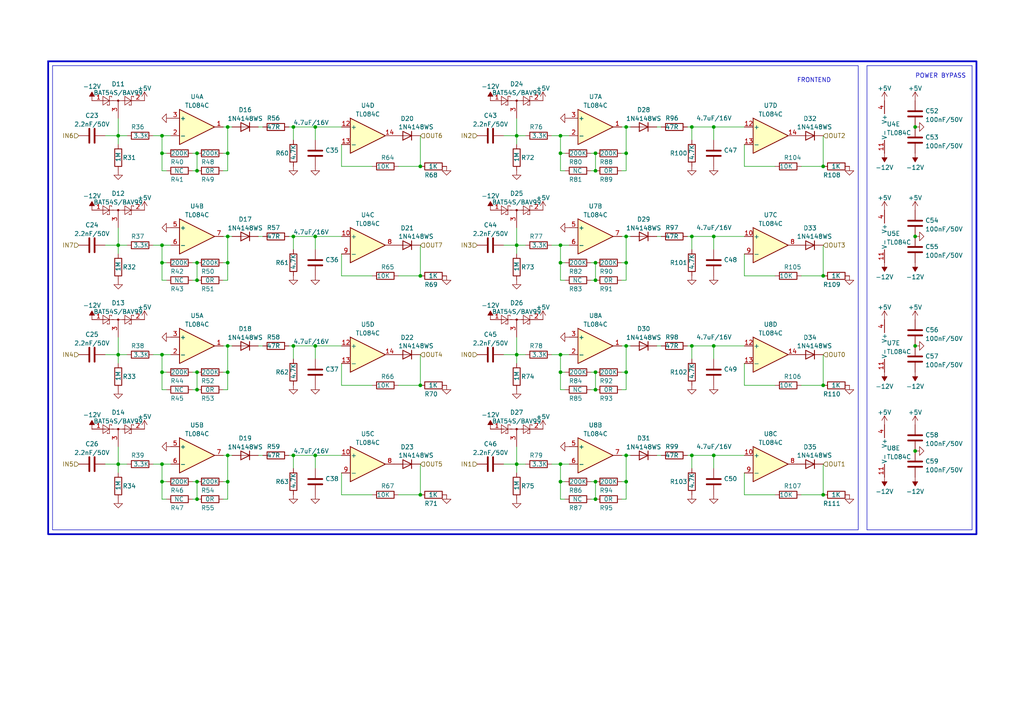
<source format=kicad_sch>
(kicad_sch (version 20230121) (generator eeschema)
  (paper "A4")
  (title_block (title "System 256 REFUTA") (date "2023-10-27") (rev "V13") (company "Analog Dragon"))
  (junction (at 57.15 81.28))
  (junction (at 57.15 76.2))
  (junction (at 46.99 102.87))
  (junction (at 181.61 132.08))
  (junction (at 57.15 107.95))
  (junction (at 162.56 44.45))
  (junction (at 121.92 111.76))
  (junction (at 181.61 44.45))
  (junction (at 207.01 132.08))
  (junction (at 181.61 76.2))
  (junction (at 46.99 71.12))
  (junction (at 66.04 100.33))
  (junction (at 66.04 36.83))
  (junction (at 172.72 44.45))
  (junction (at 57.15 113.03))
  (junction (at 91.44 132.08))
  (junction (at 162.56 76.2))
  (junction (at 172.72 81.28))
  (junction (at 238.76 80.01))
  (junction (at 85.09 132.08))
  (junction (at 265.43 130.81))
  (junction (at 46.99 107.95))
  (junction (at 149.86 134.62))
  (junction (at 34.29 134.62))
  (junction (at 162.56 107.95))
  (junction (at 172.72 139.7))
  (junction (at 57.15 44.45))
  (junction (at 85.09 100.33))
  (junction (at 85.09 68.58))
  (junction (at 162.56 39.37))
  (junction (at 207.01 100.33))
  (junction (at 172.72 113.03))
  (junction (at 238.76 48.26))
  (junction (at 200.66 36.83))
  (junction (at 46.99 39.37))
  (junction (at 46.99 44.45))
  (junction (at 238.76 111.76))
  (junction (at 66.04 107.95))
  (junction (at 46.99 76.2))
  (junction (at 46.99 134.62))
  (junction (at 57.15 139.7))
  (junction (at 34.29 39.37))
  (junction (at 162.56 134.62))
  (junction (at 181.61 100.33))
  (junction (at 172.72 107.95))
  (junction (at 121.92 80.01))
  (junction (at 34.29 71.12))
  (junction (at 121.92 48.26))
  (junction (at 149.86 39.37))
  (junction (at 200.66 100.33))
  (junction (at 200.66 68.58))
  (junction (at 149.86 71.12))
  (junction (at 181.61 139.7))
  (junction (at 162.56 102.87))
  (junction (at 66.04 139.7))
  (junction (at 85.09 36.83))
  (junction (at 121.92 143.51))
  (junction (at 66.04 132.08))
  (junction (at 172.72 144.78))
  (junction (at 91.44 68.58))
  (junction (at 66.04 68.58))
  (junction (at 172.72 49.53))
  (junction (at 66.04 76.2))
  (junction (at 265.43 100.33))
  (junction (at 265.43 36.83))
  (junction (at 181.61 107.95))
  (junction (at 66.04 44.45))
  (junction (at 200.66 132.08))
  (junction (at 34.29 102.87))
  (junction (at 57.15 49.53))
  (junction (at 172.72 76.2))
  (junction (at 162.56 71.12))
  (junction (at 181.61 68.58))
  (junction (at 207.01 36.83))
  (junction (at 181.61 36.83))
  (junction (at 265.43 68.58))
  (junction (at 149.86 102.87))
  (junction (at 238.76 143.51))
  (junction (at 91.44 36.83))
  (junction (at 162.56 139.7))
  (junction (at 46.99 139.7))
  (junction (at 207.01 68.58))
  (junction (at 91.44 100.33))
  (junction (at 57.15 144.78))
  (wire (pts (xy 149.86 102.87) (xy 146.05 102.87)))
  (wire (pts (xy 160.02 39.37) (xy 162.56 39.37)))
  (wire (pts (xy 91.44 36.83) (xy 99.06 36.83)))
  (wire (pts (xy 190.5 100.33) (xy 191.77 100.33)))
  (wire (pts (xy 215.9 105.41) (xy 215.9 111.76)))
  (wire (pts (xy 34.29 134.62) (xy 30.48 134.62)))
  (wire (pts (xy 85.09 68.58) (xy 83.82 68.58)))
  (wire (pts (xy 91.44 132.08) (xy 99.06 132.08)))
  (wire (pts (xy 44.45 134.62) (xy 46.99 134.62)))
  (wire (pts (xy 149.86 134.62) (xy 149.86 137.16)))
  (wire (pts (xy 180.34 81.28) (xy 181.61 81.28)))
  (wire (pts (xy 99.06 111.76) (xy 107.95 111.76)))
  (wire (pts (xy 149.86 39.37) (xy 152.4 39.37)))
  (wire (pts (xy 181.61 76.2) (xy 180.34 76.2)))
  (polyline (pts (xy 251.46 19.05) (xy 251.46 153.67)))
  (wire (pts (xy 171.45 113.03) (xy 172.72 113.03)))
  (wire (pts (xy 34.29 66.04) (xy 34.29 71.12)))
  (wire (pts (xy 172.72 76.2) (xy 172.72 81.28)))
  (wire (pts (xy 46.99 139.7) (xy 46.99 134.62)))
  (wire (pts (xy 181.61 36.83) (xy 182.88 36.83)))
  (wire (pts (xy 46.99 44.45) (xy 46.99 39.37)))
  (wire (pts (xy 207.01 72.39) (xy 207.01 68.58)))
  (wire (pts (xy 162.56 102.87) (xy 165.1 102.87)))
  (wire (pts (xy 64.77 144.78) (xy 66.04 144.78)))
  (wire (pts (xy 55.88 76.2) (xy 57.15 76.2)))
  (wire (pts (xy 85.09 100.33) (xy 83.82 100.33)))
  (wire (pts (xy 34.29 39.37) (xy 36.83 39.37)))
  (polyline (pts (xy 251.46 153.67) (xy 281.94 153.67)))
  (wire (pts (xy 46.99 144.78) (xy 46.99 139.7)))
  (wire (pts (xy 190.5 36.83) (xy 191.77 36.83)))
  (wire (pts (xy 66.04 132.08) (xy 67.31 132.08)))
  (wire (pts (xy 149.86 102.87) (xy 152.4 102.87)))
  (wire (pts (xy 66.04 76.2) (xy 66.04 68.58)))
  (wire (pts (xy 163.83 81.28) (xy 162.56 81.28)))
  (wire (pts (xy 46.99 71.12) (xy 49.53 71.12)))
  (wire (pts (xy 149.86 39.37) (xy 146.05 39.37)))
  (wire (pts (xy 200.66 100.33) (xy 199.39 100.33)))
  (polyline (pts (xy 15.24 153.67) (xy 248.92 153.67)))
  (wire (pts (xy 149.86 102.87) (xy 149.86 105.41)))
  (wire (pts (xy 115.57 111.76) (xy 121.92 111.76)))
  (wire (pts (xy 180.34 144.78) (xy 181.61 144.78)))
  (wire (pts (xy 91.44 40.64) (xy 91.44 36.83)))
  (wire (pts (xy 91.44 104.14) (xy 91.44 100.33)))
  (wire (pts (xy 162.56 107.95) (xy 162.56 102.87)))
  (wire (pts (xy 55.88 107.95) (xy 57.15 107.95)))
  (wire (pts (xy 46.99 113.03) (xy 46.99 107.95)))
  (wire (pts (xy 66.04 44.45) (xy 64.77 44.45)))
  (wire (pts (xy 181.61 76.2) (xy 181.61 68.58)))
  (wire (pts (xy 66.04 81.28) (xy 66.04 76.2)))
  (wire (pts (xy 215.9 111.76) (xy 224.79 111.76)))
  (wire (pts (xy 66.04 68.58) (xy 67.31 68.58)))
  (wire (pts (xy 66.04 36.83) (xy 64.77 36.83)))
  (wire (pts (xy 57.15 76.2) (xy 57.15 81.28)))
  (wire (pts (xy 181.61 100.33) (xy 182.88 100.33)))
  (wire (pts (xy 46.99 39.37) (xy 49.53 39.37)))
  (wire (pts (xy 64.77 113.03) (xy 66.04 113.03)))
  (wire (pts (xy 172.72 44.45) (xy 172.72 49.53)))
  (wire (pts (xy 181.61 44.45) (xy 180.34 44.45)))
  (wire (pts (xy 162.56 81.28) (xy 162.56 76.2)))
  (wire (pts (xy 85.09 72.39) (xy 85.09 68.58)))
  (wire (pts (xy 215.9 143.51) (xy 224.79 143.51)))
  (wire (pts (xy 160.02 71.12) (xy 162.56 71.12)))
  (wire (pts (xy 149.86 66.04) (xy 149.86 71.12)))
  (wire (pts (xy 66.04 113.03) (xy 66.04 107.95)))
  (wire (pts (xy 34.29 102.87) (xy 36.83 102.87)))
  (wire (pts (xy 74.93 68.58) (xy 76.2 68.58)))
  (wire (pts (xy 46.99 107.95) (xy 46.99 102.87)))
  (wire (pts (xy 46.99 102.87) (xy 49.53 102.87)))
  (wire (pts (xy 238.76 143.51) (xy 238.76 134.62)))
  (polyline (pts (xy 15.24 19.05) (xy 248.92 19.05)))
  (wire (pts (xy 181.61 68.58) (xy 182.88 68.58)))
  (wire (pts (xy 34.29 34.29) (xy 34.29 39.37)))
  (wire (pts (xy 181.61 132.08) (xy 182.88 132.08)))
  (wire (pts (xy 162.56 76.2) (xy 162.56 71.12)))
  (wire (pts (xy 238.76 111.76) (xy 238.76 102.87)))
  (wire (pts (xy 34.29 39.37) (xy 34.29 41.91)))
  (wire (pts (xy 215.9 73.66) (xy 215.9 80.01)))
  (wire (pts (xy 207.01 68.58) (xy 215.9 68.58)))
  (wire (pts (xy 48.26 76.2) (xy 46.99 76.2)))
  (wire (pts (xy 171.45 44.45) (xy 172.72 44.45)))
  (wire (pts (xy 172.72 107.95) (xy 172.72 113.03)))
  (wire (pts (xy 99.06 80.01) (xy 107.95 80.01)))
  (wire (pts (xy 190.5 132.08) (xy 191.77 132.08)))
  (wire (pts (xy 66.04 68.58) (xy 64.77 68.58)))
  (wire (pts (xy 48.26 81.28) (xy 46.99 81.28)))
  (wire (pts (xy 66.04 49.53) (xy 66.04 44.45)))
  (wire (pts (xy 34.29 71.12) (xy 34.29 73.66)))
  (wire (pts (xy 180.34 113.03) (xy 181.61 113.03)))
  (wire (pts (xy 181.61 44.45) (xy 181.61 36.83)))
  (wire (pts (xy 91.44 68.58) (xy 99.06 68.58)))
  (wire (pts (xy 215.9 137.16) (xy 215.9 143.51)))
  (wire (pts (xy 66.04 100.33) (xy 64.77 100.33)))
  (wire (pts (xy 200.66 132.08) (xy 199.39 132.08)))
  (wire (pts (xy 44.45 102.87) (xy 46.99 102.87)))
  (wire (pts (xy 121.92 80.01) (xy 121.92 71.12)))
  (wire (pts (xy 99.06 143.51) (xy 107.95 143.51)))
  (wire (pts (xy 215.9 48.26) (xy 224.79 48.26)))
  (wire (pts (xy 55.88 49.53) (xy 57.15 49.53)))
  (wire (pts (xy 48.26 113.03) (xy 46.99 113.03)))
  (wire (pts (xy 149.86 71.12) (xy 146.05 71.12)))
  (wire (pts (xy 115.57 143.51) (xy 121.92 143.51)))
  (wire (pts (xy 46.99 76.2) (xy 46.99 71.12)))
  (wire (pts (xy 66.04 36.83) (xy 67.31 36.83)))
  (wire (pts (xy 160.02 134.62) (xy 162.56 134.62)))
  (wire (pts (xy 66.04 132.08) (xy 64.77 132.08)))
  (wire (pts (xy 66.04 76.2) (xy 64.77 76.2)))
  (wire (pts (xy 181.61 36.83) (xy 180.34 36.83)))
  (wire (pts (xy 149.86 134.62) (xy 152.4 134.62)))
  (wire (pts (xy 55.88 113.03) (xy 57.15 113.03)))
  (wire (pts (xy 48.26 49.53) (xy 46.99 49.53)))
  (wire (pts (xy 34.29 102.87) (xy 30.48 102.87)))
  (wire (pts (xy 121.92 143.51) (xy 121.92 134.62)))
  (wire (pts (xy 163.83 144.78) (xy 162.56 144.78)))
  (wire (pts (xy 207.01 40.64) (xy 207.01 36.83)))
  (wire (pts (xy 34.29 134.62) (xy 36.83 134.62)))
  (wire (pts (xy 200.66 72.39) (xy 200.66 68.58)))
  (wire (pts (xy 171.45 139.7) (xy 172.72 139.7)))
  (wire (pts (xy 181.61 139.7) (xy 181.61 132.08)))
  (wire (pts (xy 238.76 48.26) (xy 238.76 39.37)))
  (wire (pts (xy 207.01 100.33) (xy 215.9 100.33)))
  (wire (pts (xy 162.56 44.45) (xy 162.56 39.37)))
  (wire (pts (xy 215.9 80.01) (xy 224.79 80.01)))
  (wire (pts (xy 55.88 144.78) (xy 57.15 144.78)))
  (wire (pts (xy 99.06 137.16) (xy 99.06 143.51)))
  (wire (pts (xy 171.45 76.2) (xy 172.72 76.2)))
  (wire (pts (xy 91.44 72.39) (xy 91.44 68.58)))
  (wire (pts (xy 66.04 139.7) (xy 64.77 139.7)))
  (wire (pts (xy 46.99 49.53) (xy 46.99 44.45)))
  (wire (pts (xy 200.66 104.14) (xy 200.66 100.33)))
  (polyline (pts (xy 281.94 153.67) (xy 281.94 19.05)))
  (wire (pts (xy 34.29 102.87) (xy 34.29 105.41)))
  (wire (pts (xy 46.99 134.62) (xy 49.53 134.62)))
  (wire (pts (xy 207.01 132.08) (xy 215.9 132.08)))
  (wire (pts (xy 162.56 39.37) (xy 165.1 39.37)))
  (wire (pts (xy 34.29 129.54) (xy 34.29 134.62)))
  (wire (pts (xy 91.44 36.83) (xy 85.09 36.83)))
  (wire (pts (xy 200.66 36.83) (xy 199.39 36.83)))
  (wire (pts (xy 207.01 104.14) (xy 207.01 100.33)))
  (wire (pts (xy 149.86 39.37) (xy 149.86 41.91)))
  (wire (pts (xy 44.45 71.12) (xy 46.99 71.12)))
  (wire (pts (xy 207.01 100.33) (xy 200.66 100.33)))
  (wire (pts (xy 55.88 44.45) (xy 57.15 44.45)))
  (wire (pts (xy 55.88 81.28) (xy 57.15 81.28)))
  (wire (pts (xy 163.83 44.45) (xy 162.56 44.45)))
  (wire (pts (xy 85.09 104.14) (xy 85.09 100.33)))
  (wire (pts (xy 34.29 71.12) (xy 30.48 71.12)))
  (wire (pts (xy 91.44 100.33) (xy 99.06 100.33)))
  (wire (pts (xy 121.92 48.26) (xy 121.92 39.37)))
  (wire (pts (xy 149.86 97.79) (xy 149.86 102.87)))
  (wire (pts (xy 172.72 139.7) (xy 172.72 144.78)))
  (wire (pts (xy 181.61 68.58) (xy 180.34 68.58)))
  (wire (pts (xy 162.56 144.78) (xy 162.56 139.7)))
  (wire (pts (xy 181.61 100.33) (xy 180.34 100.33)))
  (wire (pts (xy 85.09 40.64) (xy 85.09 36.83)))
  (wire (pts (xy 149.86 134.62) (xy 146.05 134.62)))
  (wire (pts (xy 44.45 39.37) (xy 46.99 39.37)))
  (wire (pts (xy 85.09 135.89) (xy 85.09 132.08)))
  (wire (pts (xy 66.04 139.7) (xy 66.04 132.08)))
  (wire (pts (xy 171.45 144.78) (xy 172.72 144.78)))
  (wire (pts (xy 91.44 100.33) (xy 85.09 100.33)))
  (wire (pts (xy 34.29 39.37) (xy 30.48 39.37)))
  (wire (pts (xy 207.01 135.89) (xy 207.01 132.08)))
  (wire (pts (xy 74.93 132.08) (xy 76.2 132.08)))
  (wire (pts (xy 163.83 113.03) (xy 162.56 113.03)))
  (wire (pts (xy 238.76 80.01) (xy 238.76 71.12)))
  (wire (pts (xy 207.01 36.83) (xy 215.9 36.83)))
  (wire (pts (xy 162.56 49.53) (xy 162.56 44.45)))
  (polyline (pts (xy 15.24 153.67) (xy 15.24 19.05)))
  (wire (pts (xy 66.04 144.78) (xy 66.04 139.7)))
  (wire (pts (xy 163.83 49.53) (xy 162.56 49.53)))
  (wire (pts (xy 57.15 107.95) (xy 57.15 113.03)))
  (wire (pts (xy 149.86 71.12) (xy 149.86 73.66)))
  (wire (pts (xy 66.04 107.95) (xy 64.77 107.95)))
  (wire (pts (xy 190.5 68.58) (xy 191.77 68.58)))
  (wire (pts (xy 64.77 49.53) (xy 66.04 49.53)))
  (wire (pts (xy 57.15 44.45) (xy 57.15 49.53)))
  (wire (pts (xy 232.41 48.26) (xy 238.76 48.26)))
  (wire (pts (xy 163.83 76.2) (xy 162.56 76.2)))
  (wire (pts (xy 180.34 49.53) (xy 181.61 49.53)))
  (wire (pts (xy 46.99 81.28) (xy 46.99 76.2)))
  (polyline (pts (xy 281.94 19.05) (xy 251.46 19.05)))
  (wire (pts (xy 48.26 144.78) (xy 46.99 144.78)))
  (wire (pts (xy 171.45 49.53) (xy 172.72 49.53)))
  (wire (pts (xy 207.01 68.58) (xy 200.66 68.58)))
  (wire (pts (xy 149.86 71.12) (xy 152.4 71.12)))
  (wire (pts (xy 55.88 139.7) (xy 57.15 139.7)))
  (wire (pts (xy 162.56 71.12) (xy 165.1 71.12)))
  (wire (pts (xy 57.15 139.7) (xy 57.15 144.78)))
  (wire (pts (xy 91.44 132.08) (xy 85.09 132.08)))
  (wire (pts (xy 99.06 73.66) (xy 99.06 80.01)))
  (wire (pts (xy 171.45 107.95) (xy 172.72 107.95)))
  (wire (pts (xy 85.09 132.08) (xy 83.82 132.08)))
  (wire (pts (xy 181.61 132.08) (xy 180.34 132.08)))
  (wire (pts (xy 121.92 111.76) (xy 121.92 102.87)))
  (wire (pts (xy 163.83 139.7) (xy 162.56 139.7)))
  (wire (pts (xy 85.09 36.83) (xy 83.82 36.83)))
  (wire (pts (xy 207.01 132.08) (xy 200.66 132.08)))
  (wire (pts (xy 232.41 80.01) (xy 238.76 80.01)))
  (wire (pts (xy 200.66 68.58) (xy 199.39 68.58)))
  (wire (pts (xy 181.61 144.78) (xy 181.61 139.7)))
  (wire (pts (xy 232.41 111.76) (xy 238.76 111.76)))
  (wire (pts (xy 91.44 135.89) (xy 91.44 132.08)))
  (wire (pts (xy 181.61 49.53) (xy 181.61 44.45)))
  (wire (pts (xy 149.86 129.54) (xy 149.86 134.62)))
  (wire (pts (xy 181.61 113.03) (xy 181.61 107.95)))
  (wire (pts (xy 91.44 68.58) (xy 85.09 68.58)))
  (wire (pts (xy 160.02 102.87) (xy 162.56 102.87)))
  (wire (pts (xy 162.56 134.62) (xy 165.1 134.62)))
  (wire (pts (xy 149.86 34.29) (xy 149.86 39.37)))
  (wire (pts (xy 162.56 139.7) (xy 162.56 134.62)))
  (polyline (pts (xy 248.92 19.05) (xy 248.92 153.67)))
  (wire (pts (xy 115.57 48.26) (xy 121.92 48.26)))
  (wire (pts (xy 74.93 100.33) (xy 76.2 100.33)))
  (wire (pts (xy 66.04 107.95) (xy 66.04 100.33)))
  (wire (pts (xy 34.29 134.62) (xy 34.29 137.16)))
  (wire (pts (xy 215.9 41.91) (xy 215.9 48.26)))
  (wire (pts (xy 232.41 143.51) (xy 238.76 143.51)))
  (wire (pts (xy 207.01 36.83) (xy 200.66 36.83)))
  (wire (pts (xy 181.61 107.95) (xy 181.61 100.33)))
  (wire (pts (xy 99.06 48.26) (xy 107.95 48.26)))
  (wire (pts (xy 171.45 81.28) (xy 172.72 81.28)))
  (wire (pts (xy 34.29 97.79) (xy 34.29 102.87)))
  (wire (pts (xy 99.06 41.91) (xy 99.06 48.26)))
  (wire (pts (xy 34.29 71.12) (xy 36.83 71.12)))
  (wire (pts (xy 200.66 40.64) (xy 200.66 36.83)))
  (wire (pts (xy 48.26 139.7) (xy 46.99 139.7)))
  (wire (pts (xy 115.57 80.01) (xy 121.92 80.01)))
  (wire (pts (xy 99.06 105.41) (xy 99.06 111.76)))
  (wire (pts (xy 181.61 107.95) (xy 180.34 107.95)))
  (wire (pts (xy 162.56 113.03) (xy 162.56 107.95)))
  (wire (pts (xy 163.83 107.95) (xy 162.56 107.95)))
  (wire (pts (xy 48.26 44.45) (xy 46.99 44.45)))
  (wire (pts (xy 66.04 44.45) (xy 66.04 36.83)))
  (wire (pts (xy 200.66 135.89) (xy 200.66 132.08)))
  (wire (pts (xy 66.04 100.33) (xy 67.31 100.33)))
  (wire (pts (xy 181.61 139.7) (xy 180.34 139.7)))
  (wire (pts (xy 64.77 81.28) (xy 66.04 81.28)))
  (wire (pts (xy 181.61 81.28) (xy 181.61 76.2)))
  (wire (pts (xy 48.26 107.95) (xy 46.99 107.95)))
  (wire (pts (xy 74.93 36.83) (xy 76.2 36.83)))
  (rectangle (start 13.97 17.78) (end 283.21 154.94) (stroke (width 0.5)))
  (text "POWER BYPASS" (at 265.43 22.86 0) (effects (font (size 1.27 1.27)) (justify left bottom)))
  (text "FRONTEND" (at 231.14 24.13 0) (effects (font (size 1.27 1.27)) (justify left bottom)))
  (hierarchical_label "IN5" (shape input) (at 22.86 134.62 180))
  (hierarchical_label "IN0" (shape input) (at 138.43 102.87 180))
  (hierarchical_label "IN7" (shape input) (at 22.86 71.12 180))
  (hierarchical_label "IN3" (shape input) (at 138.43 71.12 180))
  (hierarchical_label "OUT6" (shape input) (at 121.92 39.37 0))
  (hierarchical_label "IN1" (shape input) (at 138.43 134.62 180))
  (hierarchical_label "IN6" (shape input) (at 22.86 39.37 180))
  (hierarchical_label "IN4" (shape input) (at 22.86 102.87 180))
  (hierarchical_label "OUT4" (shape input) (at 121.92 102.87 0))
  (hierarchical_label "OUT3" (shape input) (at 238.76 71.12 0))
  (hierarchical_label "OUT7" (shape input) (at 121.92 71.12 0))
  (hierarchical_label "OUT1" (shape input) (at 238.76 134.62 0))
  (hierarchical_label "OUT5" (shape input) (at 121.92 134.62 0))
  (hierarchical_label "OUT0" (shape input) (at 238.76 102.87 0))
  (hierarchical_label "IN2" (shape input) (at 138.43 39.37 180))
  (hierarchical_label "OUT2" (shape input) (at 238.76 39.37 0))
  (symbol (lib_id "Device:R") (at 85.09 139.7 180) (unit 1)
    (property "Reference" "R63" (at 83.82 139.7 0) (effects (justify left)))
    (property "Value" "4.7K" (at 85.09 137.16 90) (effects (justify left)))
    (property "Footprint" "Resistor_SMD:R_0603_1608Metric" (effects hide))
    (instances (project "IO256" (path "" (reference "R63") (unit 1)) (path "" (reference "R59") (unit 1))) (project "taiko_frontend" (path "" (reference "R34") (unit 1))) (project "new_io" (path "" (reference "R32") (unit 1))))
  )
  (symbol (lib_id "Device:R") (at 60.96 113.03 90) (unit 1)
    (property "Reference" "R53" (at 62.23 115.57 90) (effects (justify left)))
    (property "Value" "0R" (at 62.23 113.03 90) (effects (justify left)))
    (property "Footprint" "Resistor_SMD:R_0603_1608Metric" (effects hide))
    (instances (project "IO256" (path "" (reference "R53") (unit 1)) (path "" (reference "R49") (unit 1))) (project "taiko_frontend" (path "" (reference "R24") (unit 1))) (project "new_io" (path "" (reference "R22") (unit 1))))
  )
  (symbol (lib_id "Device:R") (at 176.53 81.28 90) (unit 1)
    (property "Reference" "R91" (at 177.8 83.82 90) (effects (justify left)))
    (property "Value" "0R" (at 177.8 81.28 90) (effects (justify left)))
    (property "Footprint" "Resistor_SMD:R_0603_1608Metric" (effects hide))
    (instances (project "IO256" (path "" (reference "R91") (unit 1)) (path "" (reference "R87") (unit 1))) (project "taiko_frontend" (path "" (reference "R62") (unit 1))) (project "new_io" (path "" (reference "R56") (unit 1))))
  )
  (symbol (lib_id "Device:R") (at 195.58 36.83 90) (unit 1)
    (property "Reference" "R96" (at 196.85 34.29 90) (effects (justify left)))
    (property "Value" "47R" (at 196.85 36.83 90) (effects (justify left)))
    (property "Footprint" "Resistor_SMD:R_0603_1608Metric" (effects hide))
    (instances (project "IO256" (path "" (reference "R96") (unit 1)) (path "" (reference "R92") (unit 1))) (project "taiko_frontend" (path "" (reference "R67") (unit 1))) (project "new_io" (path "" (reference "R61") (unit 1))))
  )
  (symbol (lib_id "Device:R") (at 125.73 48.26 90) (unit 1)
    (property "Reference" "R68" (at 127 50.8 90) (effects (justify left)))
    (property "Value" "1K" (at 127 48.26 90) (effects (justify left)))
    (property "Footprint" "Resistor_SMD:R_0603_1608Metric" (effects hide))
    (instances (project "IO256" (path "" (reference "R68") (unit 1)) (path "" (reference "R64") (unit 1))) (project "taiko_frontend" (path "" (reference "R39") (unit 1))) (project "new_io" (path "" (reference "R82") (unit 1))))
  )
  (symbol (lib_id "power:GND") (at 207.01 48.26 0) (unit 1)
    (property "Reference" "#PWR0164" (effects hide))
    (property "Value" "GND" (effects hide))
    (instances (project "IO256" (path "" (reference "#PWR0164") (unit 1)) (path "" (reference "#PWR0136") (unit 1))) (project "taiko_frontend" (path "" (reference "#PWR069") (unit 1))) (project "new_io" (path "" (reference "#PWR045") (unit 1))))
  )
  (symbol (lib_id "Device:R") (at 52.07 44.45 90) (unit 1)
    (property "Reference" "R40" (at 53.34 46.99 90) (effects (justify left)))
    (property "Value" "200K" (at 54.61 44.45 90) (effects (justify left)))
    (property "Footprint" "Resistor_SMD:R_0603_1608Metric" (effects hide))
    (instances (project "IO256" (path "" (reference "R40") (unit 1)) (path "" (reference "R36") (unit 1))) (project "taiko_frontend" (path "" (reference "R11") (unit 1))) (project "new_io" (path "" (reference "R9") (unit 1))))
  )
  (symbol (lib_id "Device:R") (at 52.07 144.78 90) (unit 1)
    (property "Reference" "R47" (at 53.34 147.32 90) (effects (justify left)))
    (property "Value" "NC" (at 53.34 144.78 90) (effects (justify left)))
    (property "Footprint" "Resistor_SMD:R_0603_1608Metric" (effects hide))
    (instances (project "IO256" (path "" (reference "R47") (unit 1)) (path "" (reference "R43") (unit 1))) (project "taiko_frontend" (path "" (reference "R18") (unit 1))) (project "new_io" (path "" (reference "R16") (unit 1))))
  )
  (symbol (lib_id "Amplifier_Operational:TL084") (at 172.72 36.83 0) (unit 1)
    (property "Reference" "U7" (at 172.72 28.0502 0))
    (property "Value" "TL084C" (at 172.72 30.5871 0))
    (property "Footprint" "Package_SO:SO-14_3.9x8.65mm_P1.27mm" (effects hide))
    (property "Datasheet" "http://www.ti.com/lit/ds/symlink/tl081.pdf" (effects hide))
    (instances (project "IO256" (path "" (reference "U7") (unit 1)) (path "" (reference "U5") (unit 1))) (project "taiko_frontend" (path "" (reference "U4") (unit 1))) (project "new_io" (path "" (reference "U3") (unit 1))))
  )
  (symbol (lib_id "Device:C") (at 207.01 139.7 180) (unit 1)
    (property "Reference" "C50" (at 209.931 138.8653 0) (effects (justify right)))
    (property "Value" "4.7uF/16V" (at 201.93 129.54 0) (effects (justify right)))
    (property "Footprint" "Capacitor_SMD:C_0603_1608Metric" (effects hide))
    (instances (project "IO256" (path "" (reference "C50") (unit 1)) (path "" (reference "C35") (unit 1))) (project "taiko_frontend" (path "" (reference "C22") (unit 1))) (project "new_io" (path "" (reference "C16") (unit 1))))
  )
  (symbol (lib_id "Device:C") (at 91.44 139.7 180) (unit 1)
    (property "Reference" "C38" (at 94.361 138.8653 0) (effects (justify right)))
    (property "Value" "4.7uF/16V" (at 85.09 130.81 0) (effects (justify right)))
    (property "Footprint" "Capacitor_SMD:C_0603_1608Metric" (effects hide))
    (instances (project "IO256" (path "" (reference "C38") (unit 1)) (path "" (reference "C15") (unit 1))) (project "taiko_frontend" (path "" (reference "C14") (unit 1))) (project "new_io" (path "" (reference "C8") (unit 1))))
  )
  (symbol (lib_id "power:GND") (at 265.43 130.81 90) (unit 1)
    (property "Reference" "#PWR0193" (effects hide))
    (property "Value" "GND" (effects hide))
    (instances (project "IO256" (path "" (reference "#PWR0193") (unit 1)) (path "" (reference "#PWR0164") (unit 1))) (project "taiko_frontend" (path "" (reference "#PWR095") (unit 1))) (project "new_io" (path "" (reference "#PWR068") (unit 1))))
  )
  (symbol (lib_id "Device:R") (at 111.76 143.51 270) (unit 1)
    (property "Reference" "R67" (at 110.49 140.97 90) (effects (justify left)))
    (property "Value" "10K" (at 109.22 143.51 90) (effects (justify left)))
    (property "Footprint" "Resistor_SMD:R_0603_1608Metric" (effects hide))
    (instances (project "IO256" (path "" (reference "R67") (unit 1)) (path "" (reference "R63") (unit 1))) (project "taiko_frontend" (path "" (reference "R38") (unit 1))) (project "new_io" (path "" (reference "R36") (unit 1))))
  )
  (symbol (lib_id "Device:R") (at 167.64 107.95 90) (unit 1)
    (property "Reference" "R84" (at 168.91 110.49 90) (effects (justify left)))
    (property "Value" "200K" (at 170.18 107.95 90) (effects (justify left)))
    (property "Footprint" "Resistor_SMD:R_0603_1608Metric" (effects hide))
    (instances (project "IO256" (path "" (reference "R84") (unit 1)) (path "" (reference "R80") (unit 1))) (project "taiko_frontend" (path "" (reference "R55") (unit 1))) (project "new_io" (path "" (reference "R49") (unit 1))))
  )
  (symbol (lib_id "Diode:1N4148WS") (at 71.12 36.83 180) (unit 1)
    (property "Reference" "D16" (at 71.12 31.8602 0))
    (property "Value" "1N4148WS" (at 71.12 34.3971 0))
    (property "Footprint" "Diode_SMD:D_SOD-323_HandSoldering" (effects hide))
    (property "Datasheet" "https://www.vishay.com/docs/85751/1n4148ws.pdf" (effects hide))
    (instances (project "IO256" (path "" (reference "D16") (unit 1)) (path "" (reference "D14") (unit 1))) (project "taiko_frontend" (path "" (reference "D5") (unit 1))) (project "new_io" (path "" (reference "D5") (unit 1))))
  )
  (symbol (lib_id "Amplifier_Operational:TL084") (at 259.08 100.33 0) (unit 5)
    (property "Reference" "U7" (at 257.175 99.4953 0) (effects (justify left)))
    (property "Value" "TL084C" (at 257.175 102.0322 0) (effects (justify left)))
    (property "Footprint" "Package_SO:SO-14_3.9x8.65mm_P1.27mm" (effects hide))
    (property "Datasheet" "http://www.ti.com/lit/ds/symlink/tl081.pdf" (effects hide))
    (instances (project "IO256" (path "" (reference "U7") (unit 5)) (path "" (reference "U5") (unit 5))) (project "taiko_frontend" (path "" (reference "U4") (unit 5))) (project "new_io" (path "" (reference "U3") (unit 5))))
  )
  (symbol (lib_id "power:GND") (at 149.86 144.78 0) (unit 1)
    (property "Reference" "#PWR0147" (effects hide))
    (property "Value" "GND" (effects hide))
    (instances (project "IO256" (path "" (reference "#PWR0147") (unit 1)) (path "" (reference "#PWR0121") (unit 1))) (project "taiko_frontend" (path "" (reference "#PWR056") (unit 1))) (project "new_io" (path "" (reference "#PWR032") (unit 1))))
  )
  (symbol (lib_id "Device:R") (at 167.64 113.03 90) (unit 1)
    (property "Reference" "R85" (at 168.91 115.57 90) (effects (justify left)))
    (property "Value" "NC" (at 168.91 113.03 90) (effects (justify left)))
    (property "Footprint" "Resistor_SMD:R_0603_1608Metric" (effects hide))
    (instances (project "IO256" (path "" (reference "R85") (unit 1)) (path "" (reference "R81") (unit 1))) (project "taiko_frontend" (path "" (reference "R56") (unit 1))) (project "new_io" (path "" (reference "R50") (unit 1))))
  )
  (symbol (lib_id "Device:R") (at 60.96 44.45 90) (unit 1)
    (property "Reference" "R48" (at 62.23 46.99 90) (effects (justify left)))
    (property "Value" "200K" (at 63.5 44.45 90) (effects (justify left)))
    (property "Footprint" "Resistor_SMD:R_0603_1608Metric" (effects hide))
    (instances (project "IO256" (path "" (reference "R48") (unit 1)) (path "" (reference "R44") (unit 1))) (project "taiko_frontend" (path "" (reference "R19") (unit 1))) (project "new_io" (path "" (reference "R17") (unit 1))))
  )
  (symbol (lib_id "power:-12V") (at 265.43 107.95 0) (mirror x) (unit 1)
    (property "Reference" "#PWR0195" (effects hide))
    (property "Value" "-12V" (at 265.43 112.0831 0))
    (instances (project "IO256" (path "" (reference "#PWR0195") (unit 1)) (path "" (reference "#PWR0198") (unit 1)) (path "" (reference "#PWR0155") (unit 1))))
  )
  (symbol (lib_id "power:-12V") (at 265.43 138.43 0) (mirror x) (unit 1)
    (property "Reference" "#PWR0195" (effects hide))
    (property "Value" "-12V" (at 265.43 142.5631 0))
    (instances (project "IO256" (path "" (reference "#PWR0195") (unit 1)) (path "" (reference "#PWR0198") (unit 1)) (path "" (reference "#PWR0162") (unit 1))))
  )
  (symbol (lib_id "Device:R") (at 156.21 134.62 90) (unit 1)
    (property "Reference" "R79" (at 157.48 132.08 90) (effects (justify left)))
    (property "Value" "3.3K" (at 158.75 134.62 90) (effects (justify left)))
    (property "Footprint" "Resistor_SMD:R_0603_1608Metric" (effects hide))
    (instances (project "IO256" (path "" (reference "R79") (unit 1)) (path "" (reference "R75") (unit 1))) (project "taiko_frontend" (path "" (reference "R50") (unit 1))) (project "new_io" (path "" (reference "R44") (unit 1))))
  )
  (symbol (lib_id "power:+5V") (at 256.54 60.96 0) (unit 1)
    (property "Reference" "#PWR0123" (effects hide))
    (property "Value" "+5V" (at 256.54 57.3842 0))
    (instances (project "IO256" (path "" (reference "#PWR0123") (unit 1))) (project "taiko_frontend" (path "" (reference "#PWR079") (unit 1))) (project "new_io" (path "" (reference "#PWR052") (unit 1))))
  )
  (symbol (lib_id "power:GND") (at 265.43 100.33 90) (unit 1)
    (property "Reference" "#PWR0190" (effects hide))
    (property "Value" "GND" (effects hide))
    (instances (project "IO256" (path "" (reference "#PWR0190") (unit 1)) (path "" (reference "#PWR0161") (unit 1))) (project "taiko_frontend" (path "" (reference "#PWR092") (unit 1))) (project "new_io" (path "" (reference "#PWR065") (unit 1))))
  )
  (symbol (lib_id "Device:C") (at 142.24 71.12 90) (unit 1)
    (property "Reference" "C44" (at 142.24 65.2612 90))
    (property "Value" "2.2nF/50V" (at 142.24 67.7981 90))
    (property "Footprint" "Capacitor_SMD:C_0603_1608Metric" (effects hide))
    (instances (project "IO256" (path "" (reference "C44") (unit 1)) (path "" (reference "C21") (unit 1))) (project "taiko_frontend" (path "" (reference "C16") (unit 1))) (project "new_io" (path "" (reference "C10") (unit 1))))
  )
  (symbol (lib_id "power:+5V") (at 256.54 92.71 0) (unit 1)
    (property "Reference" "#PWR0124" (effects hide))
    (property "Value" "+5V" (at 256.54 89.1342 0))
    (instances (project "IO256" (path "" (reference "#PWR0124") (unit 1))) (project "taiko_frontend" (path "" (reference "#PWR081") (unit 1))) (project "new_io" (path "" (reference "#PWR054") (unit 1))))
  )
  (symbol (lib_id "power:GND") (at 207.01 143.51 0) (unit 1)
    (property "Reference" "#PWR0167" (effects hide))
    (property "Value" "GND" (effects hide))
    (instances (project "IO256" (path "" (reference "#PWR0167") (unit 1)) (path "" (reference "#PWR0140") (unit 1))) (project "taiko_frontend" (path "" (reference "#PWR072") (unit 1))) (project "new_io" (path "" (reference "#PWR048") (unit 1))))
  )
  (symbol (lib_id "power:GND") (at 129.54 111.76 0) (unit 1)
    (property "Reference" "#PWR0137" (effects hide))
    (property "Value" "GND" (effects hide))
    (instances (project "IO256" (path "" (reference "#PWR0137") (unit 1)) (path "" (reference "#PWR0107") (unit 1))) (project "taiko_frontend" (path "" (reference "#PWR047") (unit 1))) (project "new_io" (path "" (reference "#PWR0146") (unit 1))))
  )
  (symbol (lib_id "Device:R") (at 200.66 76.2 180) (unit 1)
    (property "Reference" "R101" (at 199.39 76.2 0) (effects (justify left)))
    (property "Value" "4.7K" (at 200.66 73.66 90) (effects (justify left)))
    (property "Footprint" "Resistor_SMD:R_0603_1608Metric" (effects hide))
    (instances (project "IO256" (path "" (reference "R101") (unit 1)) (path "" (reference "R97") (unit 1))) (project "taiko_frontend" (path "" (reference "R72") (unit 1))) (project "new_io" (path "" (reference "R66") (unit 1))))
  )
  (symbol (lib_id "power:GND") (at 129.54 80.01 0) (unit 1)
    (property "Reference" "#PWR0136" (effects hide))
    (property "Value" "GND" (effects hide))
    (instances (project "IO256" (path "" (reference "#PWR0136") (unit 1)) (path "" (reference "#PWR0106") (unit 1))) (project "taiko_frontend" (path "" (reference "#PWR046") (unit 1))) (project "new_io" (path "" (reference "#PWR071") (unit 1))))
  )
  (symbol (lib_id "Diode:1N4148WS") (at 118.11 39.37 180) (unit 1)
    (property "Reference" "D20" (at 118.11 34.4002 0))
    (property "Value" "1N4148WS" (at 120.65 36.83 0))
    (property "Footprint" "Diode_SMD:D_SOD-323_HandSoldering" (effects hide))
    (property "Datasheet" "https://www.vishay.com/docs/85751/1n4148ws.pdf" (effects hide))
    (instances (project "IO256" (path "" (reference "D20") (unit 1)) (path "" (reference "D19") (unit 1))) (project "taiko_frontend" (path "" (reference "D9") (unit 1))) (project "new_io" (path "" (reference "D9") (unit 1))))
  )
  (symbol (lib_id "power:GND") (at 165.1 34.29 270) (unit 1)
    (property "Reference" "#PWR0152" (effects hide))
    (property "Value" "GND" (effects hide))
    (instances (project "IO256" (path "" (reference "#PWR0152") (unit 1)) (path "" (reference "#PWR0126") (unit 1))) (project "taiko_frontend" (path "" (reference "#PWR061") (unit 1))) (project "new_io" (path "" (reference "#PWR037") (unit 1))))
  )
  (symbol (lib_id "Amplifier_Operational:TL084") (at 223.52 102.87 0) (unit 4)
    (property "Reference" "U8" (at 223.52 94.0902 0))
    (property "Value" "TL084C" (at 223.52 96.6271 0))
    (property "Footprint" "Package_SO:SO-14_3.9x8.65mm_P1.27mm" (effects hide))
    (property "Datasheet" "http://www.ti.com/lit/ds/symlink/tl081.pdf" (effects hide))
    (instances (project "IO256" (path "" (reference "U8") (unit 4)) (path "" (reference "U7") (unit 4))) (project "taiko_frontend" (path "" (reference "U5") (unit 4))) (project "new_io" (path "" (reference "U4") (unit 4))))
  )
  (symbol (lib_id "Device:R") (at 52.07 113.03 90) (unit 1)
    (property "Reference" "R45" (at 53.34 115.57 90) (effects (justify left)))
    (property "Value" "NC" (at 53.34 113.03 90) (effects (justify left)))
    (property "Footprint" "Resistor_SMD:R_0603_1608Metric" (effects hide))
    (instances (project "IO256" (path "" (reference "R45") (unit 1)) (path "" (reference "R41") (unit 1))) (project "taiko_frontend" (path "" (reference "R16") (unit 1))) (project "new_io" (path "" (reference "R14") (unit 1))))
  )
  (symbol (lib_id "power:GND") (at 91.44 143.51 0) (unit 1)
    (property "Reference" "#PWR0132" (effects hide))
    (property "Value" "GND" (effects hide))
    (instances (project "IO256" (path "" (reference "#PWR0132") (unit 1)) (path "" (reference "#PWR0104") (unit 1))) (project "taiko_frontend" (path "" (reference "#PWR044") (unit 1))) (project "new_io" (path "" (reference "#PWR024") (unit 1))))
  )
  (symbol (lib_id "Device:R") (at 149.86 109.22 0) (unit 1)
    (property "Reference" "R74" (at 151.13 109.22 0) (effects (justify left)))
    (property "Value" "1M" (at 149.86 110.49 90) (effects (justify left)))
    (property "Footprint" "Resistor_SMD:R_0603_1608Metric" (effects hide))
    (instances (project "IO256" (path "" (reference "R74") (unit 1)) (path "" (reference "R70") (unit 1))) (project "taiko_frontend" (path "" (reference "R45") (unit 1))) (project "new_io" (path "" (reference "R39") (unit 1))))
  )
  (symbol (lib_id "power:+5V") (at 256.54 123.19 0) (unit 1)
    (property "Reference" "#PWR0125" (effects hide))
    (property "Value" "+5V" (at 256.54 119.6142 0))
    (instances (project "IO256" (path "" (reference "#PWR0125") (unit 1))) (project "taiko_frontend" (path "" (reference "#PWR083") (unit 1))) (project "new_io" (path "" (reference "#PWR056") (unit 1))))
  )
  (symbol (lib_id "power:GND") (at 85.09 80.01 0) (unit 1)
    (property "Reference" "#PWR0126" (effects hide))
    (property "Value" "GND" (effects hide))
    (instances (project "IO256" (path "" (reference "#PWR0126") (unit 1)) (path "" (reference "#PWR096") (unit 1))) (project "taiko_frontend" (path "" (reference "#PWR035") (unit 1))) (project "new_io" (path "" (reference "#PWR018") (unit 1))))
  )
  (symbol (lib_id "Device:R") (at 80.01 132.08 90) (unit 1)
    (property "Reference" "R59" (at 81.28 129.54 90) (effects (justify left)))
    (property "Value" "47R" (at 81.28 132.08 90) (effects (justify left)))
    (property "Footprint" "Resistor_SMD:R_0603_1608Metric" (effects hide))
    (instances (project "IO256" (path "" (reference "R59") (unit 1)) (path "" (reference "R55") (unit 1))) (project "taiko_frontend" (path "" (reference "R30") (unit 1))) (project "new_io" (path "" (reference "R28") (unit 1))))
  )
  (symbol (lib_id "Device:C") (at 265.43 72.39 180) (unit 1)
    (property "Reference" "C55" (at 268.351 71.5553 0) (effects (justify right)))
    (property "Value" "100nF/50V" (at 268.351 74.0922 0) (effects (justify right)))
    (property "Footprint" "Capacitor_SMD:C_0603_1608Metric" (effects hide))
    (instances (project "IO256" (path "" (reference "C55") (unit 1)) (path "" (reference "C43") (unit 1))) (project "taiko_frontend" (path "" (reference "C26") (unit 1))) (project "new_io" (path "" (reference "C20") (unit 1))))
  )
  (symbol (lib_id "Device:R") (at 80.01 100.33 90) (unit 1)
    (property "Reference" "R58" (at 81.28 97.79 90) (effects (justify left)))
    (property "Value" "47R" (at 81.28 100.33 90) (effects (justify left)))
    (property "Footprint" "Resistor_SMD:R_0603_1608Metric" (effects hide))
    (instances (project "IO256" (path "" (reference "R58") (unit 1)) (path "" (reference "R54") (unit 1))) (project "taiko_frontend" (path "" (reference "R29") (unit 1))) (project "new_io" (path "" (reference "R27") (unit 1))))
  )
  (symbol (lib_id "Device:R") (at 228.6 80.01 270) (unit 1)
    (property "Reference" "R105" (at 227.33 77.47 90) (effects (justify left)))
    (property "Value" "10K" (at 226.06 80.01 90) (effects (justify left)))
    (property "Footprint" "Resistor_SMD:R_0603_1608Metric" (effects hide))
    (instances (project "IO256" (path "" (reference "R105") (unit 1)) (path "" (reference "R101") (unit 1))) (project "taiko_frontend" (path "" (reference "R76") (unit 1))) (project "new_io" (path "" (reference "R70") (unit 1))))
  )
  (symbol (lib_id "Device:C") (at 91.44 44.45 180) (unit 1)
    (property "Reference" "C35" (at 94.361 43.6153 0) (effects (justify right)))
    (property "Value" "4.7uF/16V" (at 85.09 35.56 0) (effects (justify right)))
    (property "Footprint" "Capacitor_SMD:C_0603_1608Metric" (effects hide))
    (instances (project "IO256" (path "" (reference "C35") (unit 1)) (path "" (reference "C10") (unit 1))) (project "taiko_frontend" (path "" (reference "C11") (unit 1))) (project "new_io" (path "" (reference "C5") (unit 1))))
  )
  (symbol (lib_id "Amplifier_Operational:TL084") (at 106.68 39.37 0) (unit 4)
    (property "Reference" "U4" (at 106.68 30.5902 0))
    (property "Value" "TL084C" (at 106.68 33.1271 0))
    (property "Footprint" "Package_SO:SO-14_3.9x8.65mm_P1.27mm" (effects hide))
    (property "Datasheet" "http://www.ti.com/lit/ds/symlink/tl081.pdf" (effects hide))
    (instances (project "IO256" (path "" (reference "U4") (unit 4)) (path "" (reference "U3") (unit 4))) (project "taiko_frontend" (path "" (reference "U2") (unit 4))) (project "new_io" (path "" (reference "U1") (unit 4))))
  )
  (symbol (lib_id "Device:R") (at 195.58 68.58 90) (unit 1)
    (property "Reference" "R97" (at 196.85 66.04 90) (effects (justify left)))
    (property "Value" "47R" (at 196.85 68.58 90) (effects (justify left)))
    (property "Footprint" "Resistor_SMD:R_0603_1608Metric" (effects hide))
    (instances (project "IO256" (path "" (reference "R97") (unit 1)) (path "" (reference "R93") (unit 1))) (project "taiko_frontend" (path "" (reference "R68") (unit 1))) (project "new_io" (path "" (reference "R62") (unit 1))))
  )
  (symbol (lib_id "Amplifier_Operational:TL084") (at 106.68 134.62 0) (unit 3)
    (property "Reference" "U5" (at 106.68 125.8402 0))
    (property "Value" "TL084C" (at 106.68 128.3771 0))
    (property "Footprint" "Package_SO:SO-14_3.9x8.65mm_P1.27mm" (effects hide))
    (property "Datasheet" "http://www.ti.com/lit/ds/symlink/tl081.pdf" (effects hide))
    (instances (project "IO256" (path "" (reference "U5") (unit 3)) (path "" (reference "U4") (unit 3))) (project "taiko_frontend" (path "" (reference "U3") (unit 3))) (project "new_io" (path "" (reference "U2") (unit 3))))
  )
  (symbol (lib_id "power:+5V") (at 265.43 92.71 0) (unit 1)
    (property "Reference" "#PWR0149" (effects hide))
    (property "Value" "+5V" (at 265.43 89.1342 0))
    (instances (project "IO256" (path "" (reference "#PWR0149") (unit 1))) (project "taiko_frontend" (path "" (reference "#PWR091") (unit 1))) (project "new_io" (path "" (reference "#PWR064") (unit 1))))
  )
  (symbol (lib_id "power:GND") (at 200.66 143.51 0) (unit 1)
    (property "Reference" "#PWR0163" (effects hide))
    (property "Value" "GND" (effects hide))
    (instances (project "IO256" (path "" (reference "#PWR0163") (unit 1)) (path "" (reference "#PWR0135") (unit 1))) (project "taiko_frontend" (path "" (reference "#PWR068") (unit 1))) (project "new_io" (path "" (reference "#PWR044") (unit 1))))
  )
  (symbol (lib_id "power:-12V") (at 26.67 124.46 0) (mirror y) (unit 1)
    (property "Reference" "#PWR0195" (effects hide))
    (property "Value" "-12V" (at 26.67 120.3269 0))
    (instances (project "IO256" (path "" (reference "#PWR0195") (unit 1)) (path "" (reference "#PWR0198") (unit 1)) (path "" (reference "#PWR057") (unit 1))))
  )
  (symbol (lib_id "power:+5V") (at 41.91 92.71 0) (unit 1)
    (property "Reference" "#PWR075" (effects hide))
    (property "Value" "+5V" (at 41.91 89.1342 0))
    (instances (project "IO256" (path "" (reference "#PWR075") (unit 1))) (project "taiko_frontend" (path "" (reference "#PWR027") (unit 1))) (project "new_io" (path "" (reference "#PWR011") (unit 1))))
  )
  (symbol (lib_id "Device:R") (at 200.66 139.7 180) (unit 1)
    (property "Reference" "R103" (at 199.39 139.7 0) (effects (justify left)))
    (property "Value" "4.7K" (at 200.66 137.16 90) (effects (justify left)))
    (property "Footprint" "Resistor_SMD:R_0603_1608Metric" (effects hide))
    (instances (project "IO256" (path "" (reference "R103") (unit 1)) (path "" (reference "R99") (unit 1))) (project "taiko_frontend" (path "" (reference "R74") (unit 1))) (project "new_io" (path "" (reference "R68") (unit 1))))
  )
  (symbol (lib_id "Diode:BAT54S") (at 34.29 124.46 0) (unit 1)
    (property "Reference" "D14" (at 34.29 119.6172 0))
    (property "Value" "BAT54S/BAV99" (at 34.29 122.1541 0))
    (property "Footprint" "Package_TO_SOT_SMD:SOT-23" (effects hide))
    (property "Datasheet" "https://www.diodes.com/assets/Datasheets/ds11005.pdf" (effects hide))
    (instances (project "IO256" (path "" (reference "D14") (unit 1)) (path "" (reference "D13") (unit 1))) (project "taiko_frontend" (path "" (reference "D4") (unit 1))) (project "new_io" (path "" (reference "D4") (unit 1))))
  )
  (symbol (lib_id "power:GND") (at 49.53 97.79 270) (unit 1)
    (property "Reference" "#PWR0123" (effects hide))
    (property "Value" "GND" (effects hide))
    (instances (project "IO256" (path "" (reference "#PWR0123") (unit 1)) (path "" (reference "#PWR093") (unit 1))) (project "taiko_frontend" (path "" (reference "#PWR031") (unit 1))) (project "new_io" (path "" (reference "#PWR015") (unit 1))))
  )
  (symbol (lib_id "power:-12V") (at 26.67 60.96 0) (mirror y) (unit 1)
    (property "Reference" "#PWR0195" (effects hide))
    (property "Value" "-12V" (at 26.67 56.8269 0))
    (instances (project "IO256" (path "" (reference "#PWR0195") (unit 1)) (path "" (reference "#PWR0198") (unit 1)) (path "" (reference "#PWR053") (unit 1))))
  )
  (symbol (lib_id "Device:C") (at 265.43 134.62 180) (unit 1)
    (property "Reference" "C59" (at 268.351 133.7853 0) (effects (justify right)))
    (property "Value" "100nF/50V" (at 268.351 136.3222 0) (effects (justify right)))
    (property "Footprint" "Capacitor_SMD:C_0603_1608Metric" (effects hide))
    (instances (project "IO256" (path "" (reference "C59") (unit 1)) (path "" (reference "C47") (unit 1))) (project "taiko_frontend" (path "" (reference "C30") (unit 1))) (project "new_io" (path "" (reference "C24") (unit 1))))
  )
  (symbol (lib_id "Device:R") (at 52.07 49.53 90) (unit 1)
    (property "Reference" "R41" (at 53.34 52.07 90) (effects (justify left)))
    (property "Value" "NC" (at 53.34 49.53 90) (effects (justify left)))
    (property "Footprint" "Resistor_SMD:R_0603_1608Metric" (effects hide))
    (instances (project "IO256" (path "" (reference "R41") (unit 1)) (path "" (reference "R37") (unit 1))) (project "taiko_frontend" (path "" (reference "R12") (unit 1))) (project "new_io" (path "" (reference "R10") (unit 1))))
  )
  (symbol (lib_id "power:GND") (at 49.53 129.54 270) (unit 1)
    (property "Reference" "#PWR0124" (effects hide))
    (property "Value" "GND" (effects hide))
    (instances (project "IO256" (path "" (reference "#PWR0124") (unit 1)) (path "" (reference "#PWR094") (unit 1))) (project "taiko_frontend" (path "" (reference "#PWR032") (unit 1))) (project "new_io" (path "" (reference "#PWR016") (unit 1))))
  )
  (symbol (lib_id "Amplifier_Operational:TL084") (at 259.08 130.81 0) (unit 5)
    (property "Reference" "U8" (at 257.175 129.9753 0) (effects (justify left)))
    (property "Value" "TL084C" (at 257.175 132.5122 0) (effects (justify left)))
    (property "Footprint" "Package_SO:SO-14_3.9x8.65mm_P1.27mm" (effects hide))
    (property "Datasheet" "http://www.ti.com/lit/ds/symlink/tl081.pdf" (effects hide))
    (instances (project "IO256" (path "" (reference "U8") (unit 5)) (path "" (reference "U7") (unit 5))) (project "taiko_frontend" (path "" (reference "U5") (unit 5))) (project "new_io" (path "" (reference "U4") (unit 5))))
  )
  (symbol (lib_id "power:GND") (at 129.54 48.26 0) (unit 1)
    (property "Reference" "#PWR0135" (effects hide))
    (property "Value" "GND" (effects hide))
    (instances (project "IO256" (path "" (reference "#PWR0135") (unit 1)) (path "" (reference "#PWR0105") (unit 1))) (project "taiko_frontend" (path "" (reference "#PWR045") (unit 1))) (project "new_io" (path "" (reference "#PWR070") (unit 1))))
  )
  (symbol (lib_id "power:GND") (at 149.86 49.53 0) (unit 1)
    (property "Reference" "#PWR0144" (effects hide))
    (property "Value" "GND" (effects hide))
    (instances (project "IO256" (path "" (reference "#PWR0144") (unit 1)) (path "" (reference "#PWR0117") (unit 1))) (project "taiko_frontend" (path "" (reference "#PWR053") (unit 1))) (project "new_io" (path "" (reference "#PWR029") (unit 1))))
  )
  (symbol (lib_id "Device:C") (at 265.43 64.77 180) (unit 1)
    (property "Reference" "C54" (at 268.351 63.9353 0) (effects (justify right)))
    (property "Value" "100nF/50V" (at 268.351 66.4722 0) (effects (justify right)))
    (property "Footprint" "Capacitor_SMD:C_0603_1608Metric" (effects hide))
    (instances (project "IO256" (path "" (reference "C54") (unit 1)) (path "" (reference "C38") (unit 1))) (project "taiko_frontend" (path "" (reference "C25") (unit 1))) (project "new_io" (path "" (reference "C19") (unit 1))))
  )
  (symbol (lib_id "Device:C") (at 265.43 96.52 180) (unit 1)
    (property "Reference" "C56" (at 268.351 95.6853 0) (effects (justify right)))
    (property "Value" "100nF/50V" (at 268.351 98.2222 0) (effects (justify right)))
    (property "Footprint" "Capacitor_SMD:C_0603_1608Metric" (effects hide))
    (instances (project "IO256" (path "" (reference "C56") (unit 1)) (path "" (reference "C44") (unit 1))) (project "taiko_frontend" (path "" (reference "C27") (unit 1))) (project "new_io" (path "" (reference "C21") (unit 1))))
  )
  (symbol (lib_id "Amplifier_Operational:TL084") (at 259.08 68.58 0) (unit 5)
    (property "Reference" "U5" (at 257.175 67.7453 0) (effects (justify left)))
    (property "Value" "TL084C" (at 257.175 70.2822 0) (effects (justify left)))
    (property "Footprint" "Package_SO:SO-14_3.9x8.65mm_P1.27mm" (effects hide))
    (property "Datasheet" "http://www.ti.com/lit/ds/symlink/tl081.pdf" (effects hide))
    (instances (project "IO256" (path "" (reference "U5") (unit 5)) (path "" (reference "U4") (unit 5))) (project "taiko_frontend" (path "" (reference "U3") (unit 5))) (project "new_io" (path "" (reference "U2") (unit 5))))
  )
  (symbol (lib_id "power:+5V") (at 157.48 124.46 0) (unit 1)
    (property "Reference" "#PWR086" (effects hide))
    (property "Value" "+5V" (at 157.48 120.8842 0))
    (instances (project "IO256" (path "" (reference "#PWR086") (unit 1))) (project "taiko_frontend" (path "" (reference "#PWR060") (unit 1))) (project "new_io" (path "" (reference "#PWR036") (unit 1))))
  )
  (symbol (lib_id "Diode:1N4148WS") (at 71.12 132.08 180) (unit 1)
    (property "Reference" "D19" (at 71.12 127.1102 0))
    (property "Value" "1N4148WS" (at 71.12 129.6471 0))
    (property "Footprint" "Diode_SMD:D_SOD-323_HandSoldering" (effects hide))
    (property "Datasheet" "https://www.vishay.com/docs/85751/1n4148ws.pdf" (effects hide))
    (instances (project "IO256" (path "" (reference "D19") (unit 1)) (path "" (reference "D18") (unit 1))) (project "taiko_frontend" (path "" (reference "D8") (unit 1))) (project "new_io" (path "" (reference "D8") (unit 1))))
  )
  (symbol (lib_id "Device:C") (at 91.44 76.2 180) (unit 1)
    (property "Reference" "C36" (at 94.361 75.3653 0) (effects (justify right)))
    (property "Value" "4.7uF/16V" (at 85.09 67.31 0) (effects (justify right)))
    (property "Footprint" "Capacitor_SMD:C_0603_1608Metric" (effects hide))
    (instances (project "IO256" (path "" (reference "C36") (unit 1)) (path "" (reference "C11") (unit 1))) (project "taiko_frontend" (path "" (reference "C12") (unit 1))) (project "new_io" (path "" (reference "C6") (unit 1))))
  )
  (symbol (lib_id "Device:R") (at 60.96 107.95 90) (unit 1)
    (property "Reference" "R52" (at 62.23 110.49 90) (effects (justify left)))
    (property "Value" "200K" (at 63.5 107.95 90) (effects (justify left)))
    (property "Footprint" "Resistor_SMD:R_0603_1608Metric" (effects hide))
    (instances (project "IO256" (path "" (reference "R52") (unit 1)) (path "" (reference "R48") (unit 1))) (project "taiko_frontend" (path "" (reference "R23") (unit 1))) (project "new_io" (path "" (reference "R21") (unit 1))))
  )
  (symbol (lib_id "Device:C") (at 26.67 71.12 90) (unit 1)
    (property "Reference" "C24" (at 26.67 65.2612 90))
    (property "Value" "2.2nF/50V" (at 26.67 67.7981 90))
    (property "Footprint" "Capacitor_SMD:C_0603_1608Metric" (effects hide))
    (instances (project "IO256" (path "" (reference "C24") (unit 1)) (path "" (reference "C3") (unit 1))) (project "taiko_frontend" (path "" (reference "C3") (unit 1))) (project "new_io" (path "" (reference "C2") (unit 1))))
  )
  (symbol (lib_id "Diode:BAT54S") (at 34.29 29.21 0) (unit 1)
    (property "Reference" "D11" (at 34.29 24.3672 0))
    (property "Value" "BAT54S/BAV99" (at 34.29 26.9041 0))
    (property "Footprint" "Package_TO_SOT_SMD:SOT-23" (effects hide))
    (property "Datasheet" "https://www.diodes.com/assets/Datasheets/ds11005.pdf" (effects hide))
    (instances (project "IO256" (path "" (reference "D11") (unit 1)) (path "" (reference "D10") (unit 1))) (project "taiko_frontend" (path "" (reference "D1") (unit 1))) (project "new_io" (path "" (reference "D1") (unit 1))))
  )
  (symbol (lib_id "Amplifier_Operational:TL084") (at 172.72 68.58 0) (unit 2)
    (property "Reference" "U7" (at 172.72 59.8002 0))
    (property "Value" "TL084C" (at 172.72 62.3371 0))
    (property "Footprint" "Package_SO:SO-14_3.9x8.65mm_P1.27mm" (effects hide))
    (property "Datasheet" "http://www.ti.com/lit/ds/symlink/tl081.pdf" (effects hide))
    (instances (project "IO256" (path "" (reference "U7") (unit 2)) (path "" (reference "U5") (unit 2))) (project "taiko_frontend" (path "" (reference "U4") (unit 2))) (project "new_io" (path "" (reference "U3") (unit 2))))
  )
  (symbol (lib_id "Diode:BAT54S") (at 149.86 29.21 0) (unit 1)
    (property "Reference" "D24" (at 149.86 24.3672 0))
    (property "Value" "BAT54S/BAV99" (at 149.86 26.9041 0))
    (property "Footprint" "Package_TO_SOT_SMD:SOT-23" (effects hide))
    (property "Datasheet" "https://www.diodes.com/assets/Datasheets/ds11005.pdf" (effects hide))
    (instances (project "IO256" (path "" (reference "D24") (unit 1)) (path "" (reference "D23") (unit 1))) (project "taiko_frontend" (path "" (reference "D13") (unit 1))) (project "new_io" (path "" (reference "D13") (unit 1))))
  )
  (symbol (lib_id "power:-12V") (at 142.24 124.46 0) (mirror y) (unit 1)
    (property "Reference" "#PWR0195" (effects hide))
    (property "Value" "-12V" (at 142.24 120.3269 0))
    (instances (project "IO256" (path "" (reference "#PWR0195") (unit 1)) (path "" (reference "#PWR0198") (unit 1)) (path "" (reference "#PWR0116") (unit 1))))
  )
  (symbol (lib_id "power:+5V") (at 157.48 29.21 0) (unit 1)
    (property "Reference" "#PWR079" (effects hide))
    (property "Value" "+5V" (at 157.48 25.6342 0))
    (instances (project "IO256" (path "" (reference "#PWR079") (unit 1))) (project "taiko_frontend" (path "" (reference "#PWR057") (unit 1))) (project "new_io" (path "" (reference "#PWR033") (unit 1))))
  )
  (symbol (lib_id "Device:R") (at 40.64 134.62 90) (unit 1)
    (property "Reference" "R39" (at 41.91 132.08 90) (effects (justify left)))
    (property "Value" "3.3K" (at 43.18 134.62 90) (effects (justify left)))
    (property "Footprint" "Resistor_SMD:R_0603_1608Metric" (effects hide))
    (instances (project "IO256" (path "" (reference "R39") (unit 1)) (path "" (reference "R34") (unit 1))) (project "taiko_frontend" (path "" (reference "R10") (unit 1))) (project "new_io" (path "" (reference "R8") (unit 1))))
  )
  (symbol (lib_id "Device:R") (at 176.53 44.45 90) (unit 1)
    (property "Reference" "R88" (at 177.8 46.99 90) (effects (justify left)))
    (property "Value" "200K" (at 179.07 44.45 90) (effects (justify left)))
    (property "Footprint" "Resistor_SMD:R_0603_1608Metric" (effects hide))
    (instances (project "IO256" (path "" (reference "R88") (unit 1)) (path "" (reference "R84") (unit 1))) (project "taiko_frontend" (path "" (reference "R59") (unit 1))) (project "new_io" (path "" (reference "R53") (unit 1))))
  )
  (symbol (lib_id "Device:R") (at 125.73 111.76 90) (unit 1)
    (property "Reference" "R70" (at 127 114.3 90) (effects (justify left)))
    (property "Value" "1K" (at 127 111.76 90) (effects (justify left)))
    (property "Footprint" "Resistor_SMD:R_0603_1608Metric" (effects hide))
    (instances (project "IO256" (path "" (reference "R70") (unit 1)) (path "" (reference "R66") (unit 1))) (project "taiko_frontend" (path "" (reference "R41") (unit 1))) (project "new_io" (path "" (reference "R84") (unit 1))))
  )
  (symbol (lib_id "Amplifier_Operational:TL084") (at 259.08 36.83 0) (unit 5)
    (property "Reference" "U4" (at 257.175 35.9953 0) (effects (justify left)))
    (property "Value" "TL084C" (at 257.175 38.5322 0) (effects (justify left)))
    (property "Footprint" "Package_SO:SO-14_3.9x8.65mm_P1.27mm" (effects hide))
    (property "Datasheet" "http://www.ti.com/lit/ds/symlink/tl081.pdf" (effects hide))
    (instances (project "IO256" (path "" (reference "U4") (unit 5)) (path "" (reference "U3") (unit 5))) (project "taiko_frontend" (path "" (reference "U2") (unit 5))) (project "new_io" (path "" (reference "U1") (unit 5))))
  )
  (symbol (lib_id "power:GND") (at 265.43 68.58 90) (unit 1)
    (property "Reference" "#PWR0187" (effects hide))
    (property "Value" "GND" (effects hide))
    (instances (project "IO256" (path "" (reference "#PWR0187") (unit 1)) (path "" (reference "#PWR0158") (unit 1))) (project "taiko_frontend" (path "" (reference "#PWR089") (unit 1))) (project "new_io" (path "" (reference "#PWR062") (unit 1))))
  )
  (symbol (lib_id "Diode:BAT54S") (at 149.86 60.96 0) (unit 1)
    (property "Reference" "D25" (at 149.86 56.1172 0))
    (property "Value" "BAT54S/BAV99" (at 149.86 58.6541 0))
    (property "Footprint" "Package_TO_SOT_SMD:SOT-23" (effects hide))
    (property "Datasheet" "https://www.diodes.com/assets/Datasheets/ds11005.pdf" (effects hide))
    (instances (project "IO256" (path "" (reference "D25") (unit 1)) (path "" (reference "D24") (unit 1))) (project "taiko_frontend" (path "" (reference "D14") (unit 1))) (project "new_io" (path "" (reference "D14") (unit 1))))
  )
  (symbol (lib_id "power:GND") (at 165.1 129.54 270) (unit 1)
    (property "Reference" "#PWR0155" (effects hide))
    (property "Value" "GND" (effects hide))
    (instances (project "IO256" (path "" (reference "#PWR0155") (unit 1)) (path "" (reference "#PWR0129") (unit 1))) (project "taiko_frontend" (path "" (reference "#PWR064") (unit 1))) (project "new_io" (path "" (reference "#PWR040") (unit 1))))
  )
  (symbol (lib_id "Diode:1N4148WS") (at 234.95 71.12 180) (unit 1)
    (property "Reference" "D33" (at 234.95 66.1502 0))
    (property "Value" "1N4148WS" (at 236.22 68.58 0))
    (property "Footprint" "Diode_SMD:D_SOD-323_HandSoldering" (effects hide))
    (property "Datasheet" "https://www.vishay.com/docs/85751/1n4148ws.pdf" (effects hide))
    (instances (project "IO256" (path "" (reference "D33") (unit 1)) (path "" (reference "D32") (unit 1))) (project "taiko_frontend" (path "" (reference "D22") (unit 1))) (project "new_io" (path "" (reference "D22") (unit 1))))
  )
  (symbol (lib_id "Device:R") (at 60.96 76.2 90) (unit 1)
    (property "Reference" "R50" (at 62.23 78.74 90) (effects (justify left)))
    (property "Value" "200K" (at 63.5 76.2 90) (effects (justify left)))
    (property "Footprint" "Resistor_SMD:R_0603_1608Metric" (effects hide))
    (instances (project "IO256" (path "" (reference "R50") (unit 1)) (path "" (reference "R46") (unit 1))) (project "taiko_frontend" (path "" (reference "R21") (unit 1))) (project "new_io" (path "" (reference "R19") (unit 1))))
  )
  (symbol (lib_id "Amplifier_Operational:TL084") (at 57.15 132.08 0) (unit 2)
    (property "Reference" "U5" (at 57.15 123.3002 0))
    (property "Value" "TL084C" (at 57.15 125.8371 0))
    (property "Footprint" "Package_SO:SO-14_3.9x8.65mm_P1.27mm" (effects hide))
    (property "Datasheet" "http://www.ti.com/lit/ds/symlink/tl081.pdf" (effects hide))
    (instances (project "IO256" (path "" (reference "U5") (unit 2)) (path "" (reference "U4") (unit 2))) (project "taiko_frontend" (path "" (reference "U3") (unit 2))) (project "new_io" (path "" (reference "U2") (unit 2))))
  )
  (symbol (lib_id "Amplifier_Operational:TL084") (at 57.15 100.33 0) (unit 1)
    (property "Reference" "U5" (at 57.15 91.5502 0))
    (property "Value" "TL084C" (at 57.15 94.0871 0))
    (property "Footprint" "Package_SO:SO-14_3.9x8.65mm_P1.27mm" (effects hide))
    (property "Datasheet" "http://www.ti.com/lit/ds/symlink/tl081.pdf" (effects hide))
    (instances (project "IO256" (path "" (reference "U5") (unit 1)) (path "" (reference "U4") (unit 1))) (project "taiko_frontend" (path "" (reference "U3") (unit 1))) (project "new_io" (path "" (reference "U2") (unit 1))))
  )
  (symbol (lib_id "Device:R") (at 176.53 49.53 90) (unit 1)
    (property "Reference" "R89" (at 177.8 52.07 90) (effects (justify left)))
    (property "Value" "0R" (at 177.8 49.53 90) (effects (justify left)))
    (property "Footprint" "Resistor_SMD:R_0603_1608Metric" (effects hide))
    (instances (project "IO256" (path "" (reference "R89") (unit 1)) (path "" (reference "R85") (unit 1))) (project "taiko_frontend" (path "" (reference "R60") (unit 1))) (project "new_io" (path "" (reference "R54") (unit 1))))
  )
  (symbol (lib_id "power:-12V") (at 265.43 44.45 0) (mirror x) (unit 1)
    (property "Reference" "#PWR0195" (effects hide))
    (property "Value" "-12V" (at 265.43 48.5831 0))
    (instances (project "IO256" (path "" (reference "#PWR0195") (unit 1)) (path "" (reference "#PWR0198") (unit 1)) (path "" (reference "#PWR052") (unit 1))))
  )
  (symbol (lib_id "Device:R") (at 60.96 49.53 90) (unit 1)
    (property "Reference" "R49" (at 62.23 52.07 90) (effects (justify left)))
    (property "Value" "0R" (at 62.23 49.53 90) (effects (justify left)))
    (property "Footprint" "Resistor_SMD:R_0603_1608Metric" (effects hide))
    (instances (project "IO256" (path "" (reference "R49") (unit 1)) (path "" (reference "R45") (unit 1))) (project "taiko_frontend" (path "" (reference "R20") (unit 1))) (project "new_io" (path "" (reference "R18") (unit 1))))
  )
  (symbol (lib_id "power:-12V") (at 256.54 76.2 0) (mirror x) (unit 1)
    (property "Reference" "#PWR0195" (effects hide))
    (property "Value" "-12V" (at 256.54 80.3331 0))
    (instances (project "IO256" (path "" (reference "#PWR0195") (unit 1)) (path "" (reference "#PWR0198") (unit 1)) (path "" (reference "#PWR0148") (unit 1))))
  )
  (symbol (lib_id "Device:C") (at 265.43 40.64 180) (unit 1)
    (property "Reference" "C53" (at 268.351 39.8053 0) (effects (justify right)))
    (property "Value" "100nF/50V" (at 268.351 42.3422 0) (effects (justify right)))
    (property "Footprint" "Capacitor_SMD:C_0603_1608Metric" (effects hide))
    (instances (project "IO256" (path "" (reference "C53") (unit 1)) (path "" (reference "C37") (unit 1))) (project "taiko_frontend" (path "" (reference "C24") (unit 1))) (project "new_io" (path "" (reference "C18") (unit 1))))
  )
  (symbol (lib_id "power:GND") (at 246.38 80.01 0) (unit 1)
    (property "Reference" "#PWR0172" (effects hide))
    (property "Value" "GND" (effects hide))
    (instances (project "IO256" (path "" (reference "#PWR0172") (unit 1)) (path "" (reference "#PWR0142") (unit 1))) (project "taiko_frontend" (path "" (reference "#PWR074") (unit 1))) (project "new_io" (path "" (reference "#PWR0149") (unit 1))))
  )
  (symbol (lib_id "Device:R") (at 125.73 80.01 90) (unit 1)
    (property "Reference" "R69" (at 127 82.55 90) (effects (justify left)))
    (property "Value" "1K" (at 127 80.01 90) (effects (justify left)))
    (property "Footprint" "Resistor_SMD:R_0603_1608Metric" (effects hide))
    (instances (project "IO256" (path "" (reference "R69") (unit 1)) (path "" (reference "R65") (unit 1))) (project "taiko_frontend" (path "" (reference "R40") (unit 1))) (project "new_io" (path "" (reference "R83") (unit 1))))
  )
  (symbol (lib_id "Diode:BAT54S") (at 149.86 92.71 0) (unit 1)
    (property "Reference" "D26" (at 149.86 87.8672 0))
    (property "Value" "BAT54S/BAV99" (at 149.86 90.4041 0))
    (property "Footprint" "Package_TO_SOT_SMD:SOT-23" (effects hide))
    (property "Datasheet" "https://www.diodes.com/assets/Datasheets/ds11005.pdf" (effects hide))
    (instances (project "IO256" (path "" (reference "D26") (unit 1)) (path "" (reference "D25") (unit 1))) (project "taiko_frontend" (path "" (reference "D15") (unit 1))) (project "new_io" (path "" (reference "D15") (unit 1))))
  )
  (symbol (lib_id "Device:R") (at 60.96 139.7 90) (unit 1)
    (property "Reference" "R54" (at 62.23 142.24 90) (effects (justify left)))
    (property "Value" "200K" (at 63.5 139.7 90) (effects (justify left)))
    (property "Footprint" "Resistor_SMD:R_0603_1608Metric" (effects hide))
    (instances (project "IO256" (path "" (reference "R54") (unit 1)) (path "" (reference "R50") (unit 1))) (project "taiko_frontend" (path "" (reference "R25") (unit 1))) (project "new_io" (path "" (reference "R23") (unit 1))))
  )
  (symbol (lib_id "Device:R") (at 149.86 140.97 0) (unit 1)
    (property "Reference" "R75" (at 151.13 140.97 0) (effects (justify left)))
    (property "Value" "1M" (at 149.86 142.24 90) (effects (justify left)))
    (property "Footprint" "Resistor_SMD:R_0603_1608Metric" (effects hide))
    (instances (project "IO256" (path "" (reference "R75") (unit 1)) (path "" (reference "R71") (unit 1))) (project "taiko_frontend" (path "" (reference "R46") (unit 1))) (project "new_io" (path "" (reference "R40") (unit 1))))
  )
  (symbol (lib_id "Device:R") (at 167.64 144.78 90) (unit 1)
    (property "Reference" "R87" (at 168.91 147.32 90) (effects (justify left)))
    (property "Value" "NC" (at 168.91 144.78 90) (effects (justify left)))
    (property "Footprint" "Resistor_SMD:R_0603_1608Metric" (effects hide))
    (instances (project "IO256" (path "" (reference "R87") (unit 1)) (path "" (reference "R83") (unit 1))) (project "taiko_frontend" (path "" (reference "R58") (unit 1))) (project "new_io" (path "" (reference "R52") (unit 1))))
  )
  (symbol (lib_id "Device:R") (at 34.29 77.47 0) (unit 1)
    (property "Reference" "R32" (at 35.56 77.47 0) (effects (justify left)))
    (property "Value" "1M" (at 34.29 78.74 90) (effects (justify left)))
    (property "Footprint" "Resistor_SMD:R_0603_1608Metric" (effects hide))
    (instances (project "IO256" (path "" (reference "R32") (unit 1)) (path "" (reference "R6") (unit 1))) (project "taiko_frontend" (path "" (reference "R4") (unit 1))) (project "new_io" (path "" (reference "R2") (unit 1))))
  )
  (symbol (lib_id "Device:C") (at 207.01 44.45 180) (unit 1)
    (property "Reference" "C47" (at 209.931 43.6153 0) (effects (justify right)))
    (property "Value" "4.7uF/16V" (at 201.93 34.29 0) (effects (justify right)))
    (property "Footprint" "Capacitor_SMD:C_0603_1608Metric" (effects hide))
    (instances (project "IO256" (path "" (reference "C47") (unit 1)) (path "" (reference "C24") (unit 1))) (project "taiko_frontend" (path "" (reference "C19") (unit 1))) (project "new_io" (path "" (reference "C13") (unit 1))))
  )
  (symbol (lib_id "Diode:BAT54S") (at 149.86 124.46 0) (unit 1)
    (property "Reference" "D27" (at 149.86 119.6172 0))
    (property "Value" "BAT54S/BAV99" (at 149.86 122.1541 0))
    (property "Footprint" "Package_TO_SOT_SMD:SOT-23" (effects hide))
    (property "Datasheet" "https://www.diodes.com/assets/Datasheets/ds11005.pdf" (effects hide))
    (instances (project "IO256" (path "" (reference "D27") (unit 1)) (path "" (reference "D26") (unit 1))) (project "taiko_frontend" (path "" (reference "D16") (unit 1))) (project "new_io" (path "" (reference "D16") (unit 1))))
  )
  (symbol (lib_id "Device:R") (at 40.64 39.37 90) (unit 1)
    (property "Reference" "R36" (at 41.91 36.83 90) (effects (justify left)))
    (property "Value" "3.3K" (at 43.18 39.37 90) (effects (justify left)))
    (property "Footprint" "Resistor_SMD:R_0603_1608Metric" (effects hide))
    (instances (project "IO256" (path "" (reference "R36") (unit 1)) (path "" (reference "R31") (unit 1))) (project "taiko_frontend" (path "" (reference "R7") (unit 1))) (project "new_io" (path "" (reference "R5") (unit 1))))
  )
  (symbol (lib_id "Device:R") (at 156.21 39.37 90) (unit 1)
    (property "Reference" "R76" (at 157.48 36.83 90) (effects (justify left)))
    (property "Value" "3.3K" (at 158.75 39.37 90) (effects (justify left)))
    (property "Footprint" "Resistor_SMD:R_0603_1608Metric" (effects hide))
    (instances (project "IO256" (path "" (reference "R76") (unit 1)) (path "" (reference "R72") (unit 1))) (project "taiko_frontend" (path "" (reference "R47") (unit 1))) (project "new_io" (path "" (reference "R41") (unit 1))))
  )
  (symbol (lib_id "power:-12V") (at 142.24 92.71 0) (mirror y) (unit 1)
    (property "Reference" "#PWR0195" (effects hide))
    (property "Value" "-12V" (at 142.24 88.5769 0))
    (instances (project "IO256" (path "" (reference "#PWR0195") (unit 1)) (path "" (reference "#PWR0198") (unit 1)) (path "" (reference "#PWR0111") (unit 1))))
  )
  (symbol (lib_id "Device:R") (at 195.58 100.33 90) (unit 1)
    (property "Reference" "R98" (at 196.85 97.79 90) (effects (justify left)))
    (property "Value" "47R" (at 196.85 100.33 90) (effects (justify left)))
    (property "Footprint" "Resistor_SMD:R_0603_1608Metric" (effects hide))
    (instances (project "IO256" (path "" (reference "R98") (unit 1)) (path "" (reference "R94") (unit 1))) (project "taiko_frontend" (path "" (reference "R69") (unit 1))) (project "new_io" (path "" (reference "R63") (unit 1))))
  )
  (symbol (lib_id "Device:C") (at 26.67 102.87 90) (unit 1)
    (property "Reference" "C25" (at 26.67 97.0112 90))
    (property "Value" "2.2nF/50V" (at 26.67 99.5481 90))
    (property "Footprint" "Capacitor_SMD:C_0603_1608Metric" (effects hide))
    (instances (project "IO256" (path "" (reference "C25") (unit 1)) (path "" (reference "C4") (unit 1))) (project "taiko_frontend" (path "" (reference "C4") (unit 1))) (project "new_io" (path "" (reference "C3") (unit 1))))
  )
  (symbol (lib_id "Device:R") (at 242.57 80.01 90) (unit 1)
    (property "Reference" "R109" (at 243.84 82.55 90) (effects (justify left)))
    (property "Value" "1K" (at 243.84 80.01 90) (effects (justify left)))
    (property "Footprint" "Resistor_SMD:R_0603_1608Metric" (effects hide))
    (instances (project "IO256" (path "" (reference "R109") (unit 1)) (path "" (reference "R105") (unit 1))) (project "taiko_frontend" (path "" (reference "R80") (unit 1))) (project "new_io" (path "" (reference "R87") (unit 1))))
  )
  (symbol (lib_id "Device:R") (at 176.53 76.2 90) (unit 1)
    (property "Reference" "R90" (at 177.8 78.74 90) (effects (justify left)))
    (property "Value" "200K" (at 179.07 76.2 90) (effects (justify left)))
    (property "Footprint" "Resistor_SMD:R_0603_1608Metric" (effects hide))
    (instances (project "IO256" (path "" (reference "R90") (unit 1)) (path "" (reference "R86") (unit 1))) (project "taiko_frontend" (path "" (reference "R61") (unit 1))) (project "new_io" (path "" (reference "R55") (unit 1))))
  )
  (symbol (lib_id "power:GND") (at 246.38 48.26 0) (unit 1)
    (property "Reference" "#PWR0171" (effects hide))
    (property "Value" "GND" (effects hide))
    (instances (project "IO256" (path "" (reference "#PWR0171") (unit 1)) (path "" (reference "#PWR0141") (unit 1))) (project "taiko_frontend" (path "" (reference "#PWR073") (unit 1))) (project "new_io" (path "" (reference "#PWR0148") (unit 1))))
  )
  (symbol (lib_id "power:+5V") (at 265.43 123.19 0) (unit 1)
    (property "Reference" "#PWR0151" (effects hide))
    (property "Value" "+5V" (at 265.43 119.6142 0))
    (instances (project "IO256" (path "" (reference "#PWR0151") (unit 1))) (project "taiko_frontend" (path "" (reference "#PWR094") (unit 1))) (project "new_io" (path "" (reference "#PWR067") (unit 1))))
  )
  (symbol (lib_id "Device:C") (at 142.24 102.87 90) (unit 1)
    (property "Reference" "C45" (at 142.24 97.0112 90))
    (property "Value" "2.2nF/50V" (at 142.24 99.5481 90))
    (property "Footprint" "Capacitor_SMD:C_0603_1608Metric" (effects hide))
    (instances (project "IO256" (path "" (reference "C45") (unit 1)) (path "" (reference "C22") (unit 1))) (project "taiko_frontend" (path "" (reference "C17") (unit 1))) (project "new_io" (path "" (reference "C11") (unit 1))))
  )
  (symbol (lib_id "power:-12V") (at 265.43 76.2 0) (mirror x) (unit 1)
    (property "Reference" "#PWR0195" (effects hide))
    (property "Value" "-12V" (at 265.43 80.3331 0))
    (instances (project "IO256" (path "" (reference "#PWR0195") (unit 1)) (path "" (reference "#PWR0198") (unit 1)) (path "" (reference "#PWR0150") (unit 1))))
  )
  (symbol (lib_id "Device:R") (at 40.64 71.12 90) (unit 1)
    (property "Reference" "R37" (at 41.91 68.58 90) (effects (justify left)))
    (property "Value" "3.3K" (at 43.18 71.12 90) (effects (justify left)))
    (property "Footprint" "Resistor_SMD:R_0603_1608Metric" (effects hide))
    (instances (project "IO256" (path "" (reference "R37") (unit 1)) (path "" (reference "R32") (unit 1))) (project "taiko_frontend" (path "" (reference "R8") (unit 1))) (project "new_io" (path "" (reference "R6") (unit 1))))
  )
  (symbol (lib_id "power:GND") (at 149.86 113.03 0) (unit 1)
    (property "Reference" "#PWR0146" (effects hide))
    (property "Value" "GND" (effects hide))
    (instances (project "IO256" (path "" (reference "#PWR0146") (unit 1)) (path "" (reference "#PWR0119") (unit 1))) (project "taiko_frontend" (path "" (reference "#PWR055") (unit 1))) (project "new_io" (path "" (reference "#PWR031") (unit 1))))
  )
  (symbol (lib_id "power:GND") (at 91.44 111.76 0) (unit 1)
    (property "Reference" "#PWR0131" (effects hide))
    (property "Value" "GND" (effects hide))
    (instances (project "IO256" (path "" (reference "#PWR0131") (unit 1)) (path "" (reference "#PWR0103") (unit 1))) (project "taiko_frontend" (path "" (reference "#PWR043") (unit 1))) (project "new_io" (path "" (reference "#PWR023") (unit 1))))
  )
  (symbol (lib_id "Diode:1N4148WS") (at 118.11 71.12 180) (unit 1)
    (property "Reference" "D21" (at 118.11 66.1502 0))
    (property "Value" "1N4148WS" (at 120.65 68.58 0))
    (property "Footprint" "Diode_SMD:D_SOD-323_HandSoldering" (effects hide))
    (property "Datasheet" "https://www.vishay.com/docs/85751/1n4148ws.pdf" (effects hide))
    (instances (project "IO256" (path "" (reference "D21") (unit 1)) (path "" (reference "D20") (unit 1))) (project "taiko_frontend" (path "" (reference "D10") (unit 1))) (project "new_io" (path "" (reference "D10") (unit 1))))
  )
  (symbol (lib_id "power:GND") (at 200.66 80.01 0) (unit 1)
    (property "Reference" "#PWR0161" (effects hide))
    (property "Value" "GND" (effects hide))
    (instances (project "IO256" (path "" (reference "#PWR0161") (unit 1)) (path "" (reference "#PWR0131") (unit 1))) (project "taiko_frontend" (path "" (reference "#PWR066") (unit 1))) (project "new_io" (path "" (reference "#PWR042") (unit 1))))
  )
  (symbol (lib_id "Device:R") (at 156.21 71.12 90) (unit 1)
    (property "Reference" "R77" (at 157.48 68.58 90) (effects (justify left)))
    (property "Value" "3.3K" (at 158.75 71.12 90) (effects (justify left)))
    (property "Footprint" "Resistor_SMD:R_0603_1608Metric" (effects hide))
    (instances (project "IO256" (path "" (reference "R77") (unit 1)) (path "" (reference "R73") (unit 1))) (project "taiko_frontend" (path "" (reference "R48") (unit 1))) (project "new_io" (path "" (reference "R42") (unit 1))))
  )
  (symbol (lib_id "Device:R") (at 52.07 76.2 90) (unit 1)
    (property "Reference" "R42" (at 53.34 78.74 90) (effects (justify left)))
    (property "Value" "200K" (at 54.61 76.2 90) (effects (justify left)))
    (property "Footprint" "Resistor_SMD:R_0603_1608Metric" (effects hide))
    (instances (project "IO256" (path "" (reference "R42") (unit 1)) (path "" (reference "R38") (unit 1))) (project "taiko_frontend" (path "" (reference "R13") (unit 1))) (project "new_io" (path "" (reference "R11") (unit 1))))
  )
  (symbol (lib_id "power:-12V") (at 256.54 138.43 0) (mirror x) (unit 1)
    (property "Reference" "#PWR0195" (effects hide))
    (property "Value" "-12V" (at 256.54 142.5631 0))
    (instances (project "IO256" (path "" (reference "#PWR0195") (unit 1)) (path "" (reference "#PWR0198") (unit 1)) (path "" (reference "#PWR0159") (unit 1))))
  )
  (symbol (lib_id "Diode:1N4148WS") (at 186.69 36.83 180) (unit 1)
    (property "Reference" "D28" (at 186.69 31.8602 0))
    (property "Value" "1N4148WS" (at 186.69 34.3971 0))
    (property "Footprint" "Diode_SMD:D_SOD-323_HandSoldering" (effects hide))
    (property "Datasheet" "https://www.vishay.com/docs/85751/1n4148ws.pdf" (effects hide))
    (instances (project "IO256" (path "" (reference "D28") (unit 1)) (path "" (reference "D27") (unit 1))) (project "taiko_frontend" (path "" (reference "D17") (unit 1))) (project "new_io" (path "" (reference "D17") (unit 1))))
  )
  (symbol (lib_id "power:GND") (at 34.29 81.28 0) (unit 1)
    (property "Reference" "#PWR0109" (effects hide))
    (property "Value" "GND" (effects hide))
    (instances (project "IO256" (path "" (reference "#PWR0109") (unit 1)) (path "" (reference "#PWR068") (unit 1))) (project "taiko_frontend" (path "" (reference "#PWR019") (unit 1))) (project "new_io" (path "" (reference "#PWR06") (unit 1))))
  )
  (symbol (lib_id "power:+5V") (at 265.43 60.96 0) (unit 1)
    (property "Reference" "#PWR0147" (effects hide))
    (property "Value" "+5V" (at 265.43 57.3842 0))
    (instances (project "IO256" (path "" (reference "#PWR0147") (unit 1))) (project "taiko_frontend" (path "" (reference "#PWR088") (unit 1))) (project "new_io" (path "" (reference "#PWR061") (unit 1))))
  )
  (symbol (lib_id "power:GND") (at 85.09 111.76 0) (unit 1)
    (property "Reference" "#PWR0127" (effects hide))
    (property "Value" "GND" (effects hide))
    (instances (project "IO256" (path "" (reference "#PWR0127") (unit 1)) (path "" (reference "#PWR097") (unit 1))) (project "taiko_frontend" (path "" (reference "#PWR036") (unit 1))) (project "new_io" (path "" (reference "#PWR019") (unit 1))))
  )
  (symbol (lib_id "power:GND") (at 207.01 80.01 0) (unit 1)
    (property "Reference" "#PWR0165" (effects hide))
    (property "Value" "GND" (effects hide))
    (instances (project "IO256" (path "" (reference "#PWR0165") (unit 1)) (path "" (reference "#PWR0137") (unit 1))) (project "taiko_frontend" (path "" (reference "#PWR070") (unit 1))) (project "new_io" (path "" (reference "#PWR046") (unit 1))))
  )
  (symbol (lib_id "Amplifier_Operational:TL084") (at 172.72 132.08 0) (unit 2)
    (property "Reference" "U8" (at 172.72 123.3002 0))
    (property "Value" "TL084C" (at 172.72 125.8371 0))
    (property "Footprint" "Package_SO:SO-14_3.9x8.65mm_P1.27mm" (effects hide))
    (property "Datasheet" "http://www.ti.com/lit/ds/symlink/tl081.pdf" (effects hide))
    (instances (project "IO256" (path "" (reference "U8") (unit 2)) (path "" (reference "U7") (unit 2))) (project "taiko_frontend" (path "" (reference "U5") (unit 2))) (project "new_io" (path "" (reference "U4") (unit 2))))
  )
  (symbol (lib_id "Device:R") (at 111.76 111.76 270) (unit 1)
    (property "Reference" "R66" (at 110.49 109.22 90) (effects (justify left)))
    (property "Value" "10K" (at 109.22 111.76 90) (effects (justify left)))
    (property "Footprint" "Resistor_SMD:R_0603_1608Metric" (effects hide))
    (instances (project "IO256" (path "" (reference "R66") (unit 1)) (path "" (reference "R62") (unit 1))) (project "taiko_frontend" (path "" (reference "R37") (unit 1))) (project "new_io" (path "" (reference "R35") (unit 1))))
  )
  (symbol (lib_id "Device:C") (at 26.67 39.37 90) (unit 1)
    (property "Reference" "C23" (at 26.67 33.5112 90))
    (property "Value" "2.2nF/50V" (at 26.67 36.0481 90))
    (property "Footprint" "Capacitor_SMD:C_0603_1608Metric" (effects hide))
    (instances (project "IO256" (path "" (reference "C23") (unit 1)) (path "" (reference "C1") (unit 1))) (project "taiko_frontend" (path "" (reference "C2") (unit 1))) (project "new_io" (path "" (reference "C1") (unit 1))))
  )
  (symbol (lib_id "Amplifier_Operational:TL084") (at 223.52 134.62 0) (unit 3)
    (property "Reference" "U8" (at 223.52 125.8402 0))
    (property "Value" "TL084C" (at 223.52 128.3771 0))
    (property "Footprint" "Package_SO:SO-14_3.9x8.65mm_P1.27mm" (effects hide))
    (property "Datasheet" "http://www.ti.com/lit/ds/symlink/tl081.pdf" (effects hide))
    (instances (project "IO256" (path "" (reference "U8") (unit 3)) (path "" (reference "U7") (unit 3))) (project "taiko_frontend" (path "" (reference "U5") (unit 3))) (project "new_io" (path "" (reference "U4") (unit 3))))
  )
  (symbol (lib_id "Diode:1N4148WS") (at 186.69 100.33 180) (unit 1)
    (property "Reference" "D30" (at 186.69 95.3602 0))
    (property "Value" "1N4148WS" (at 186.69 97.8971 0))
    (property "Footprint" "Diode_SMD:D_SOD-323_HandSoldering" (effects hide))
    (property "Datasheet" "https://www.vishay.com/docs/85751/1n4148ws.pdf" (effects hide))
    (instances (project "IO256" (path "" (reference "D30") (unit 1)) (path "" (reference "D29") (unit 1))) (project "taiko_frontend" (path "" (reference "D19") (unit 1))) (project "new_io" (path "" (reference "D19") (unit 1))))
  )
  (symbol (lib_id "Device:R") (at 167.64 76.2 90) (unit 1)
    (property "Reference" "R82" (at 168.91 78.74 90) (effects (justify left)))
    (property "Value" "200K" (at 170.18 76.2 90) (effects (justify left)))
    (property "Footprint" "Resistor_SMD:R_0603_1608Metric" (effects hide))
    (instances (project "IO256" (path "" (reference "R82") (unit 1)) (path "" (reference "R78") (unit 1))) (project "taiko_frontend" (path "" (reference "R53") (unit 1))) (project "new_io" (path "" (reference "R47") (unit 1))))
  )
  (symbol (lib_id "Device:R") (at 195.58 132.08 90) (unit 1)
    (property "Reference" "R99" (at 196.85 129.54 90) (effects (justify left)))
    (property "Value" "47R" (at 196.85 132.08 90) (effects (justify left)))
    (property "Footprint" "Resistor_SMD:R_0603_1608Metric" (effects hide))
    (instances (project "IO256" (path "" (reference "R99") (unit 1)) (path "" (reference "R95") (unit 1))) (project "taiko_frontend" (path "" (reference "R70") (unit 1))) (project "new_io" (path "" (reference "R64") (unit 1))))
  )
  (symbol (lib_id "Device:R") (at 167.64 81.28 90) (unit 1)
    (property "Reference" "R83" (at 168.91 83.82 90) (effects (justify left)))
    (property "Value" "NC" (at 168.91 81.28 90) (effects (justify left)))
    (property "Footprint" "Resistor_SMD:R_0603_1608Metric" (effects hide))
    (instances (project "IO256" (path "" (reference "R83") (unit 1)) (path "" (reference "R79") (unit 1))) (project "taiko_frontend" (path "" (reference "R54") (unit 1))) (project "new_io" (path "" (reference "R48") (unit 1))))
  )
  (symbol (lib_id "Device:R") (at 52.07 107.95 90) (unit 1)
    (property "Reference" "R44" (at 53.34 110.49 90) (effects (justify left)))
    (property "Value" "200K" (at 54.61 107.95 90) (effects (justify left)))
    (property "Footprint" "Resistor_SMD:R_0603_1608Metric" (effects hide))
    (instances (project "IO256" (path "" (reference "R44") (unit 1)) (path "" (reference "R40") (unit 1))) (project "taiko_frontend" (path "" (reference "R15") (unit 1))) (project "new_io" (path "" (reference "R13") (unit 1))))
  )
  (symbol (lib_id "Device:C") (at 207.01 76.2 180) (unit 1)
    (property "Reference" "C48" (at 209.931 75.3653 0) (effects (justify right)))
    (property "Value" "4.7uF/16V" (at 201.93 66.04 0) (effects (justify right)))
    (property "Footprint" "Capacitor_SMD:C_0603_1608Metric" (effects hide))
    (instances (project "IO256" (path "" (reference "C48") (unit 1)) (path "" (reference "C25") (unit 1))) (project "taiko_frontend" (path "" (reference "C20") (unit 1))) (project "new_io" (path "" (reference "C14") (unit 1))))
  )
  (symbol (lib_id "Device:R") (at 156.21 102.87 90) (unit 1)
    (property "Reference" "R78" (at 157.48 100.33 90) (effects (justify left)))
    (property "Value" "3.3K" (at 158.75 102.87 90) (effects (justify left)))
    (property "Footprint" "Resistor_SMD:R_0603_1608Metric" (effects hide))
    (instances (project "IO256" (path "" (reference "R78") (unit 1)) (path "" (reference "R74") (unit 1))) (project "taiko_frontend" (path "" (reference "R49") (unit 1))) (project "new_io" (path "" (reference "R43") (unit 1))))
  )
  (symbol (lib_id "Amplifier_Operational:TL084") (at 57.15 36.83 0) (unit 1)
    (property "Reference" "U4" (at 57.15 28.0502 0))
    (property "Value" "TL084C" (at 57.15 30.5871 0))
    (property "Footprint" "Package_SO:SO-14_3.9x8.65mm_P1.27mm" (effects hide))
    (property "Datasheet" "http://www.ti.com/lit/ds/symlink/tl081.pdf" (effects hide))
    (instances (project "IO256" (path "" (reference "U4") (unit 1)) (path "" (reference "U3") (unit 1))) (project "taiko_frontend" (path "" (reference "U2") (unit 1))) (project "new_io" (path "" (reference "U1") (unit 1))))
  )
  (symbol (lib_id "power:GND") (at 91.44 48.26 0) (unit 1)
    (property "Reference" "#PWR0129" (effects hide))
    (property "Value" "GND" (effects hide))
    (instances (project "IO256" (path "" (reference "#PWR0129") (unit 1)) (path "" (reference "#PWR099") (unit 1))) (project "taiko_frontend" (path "" (reference "#PWR041") (unit 1))) (project "new_io" (path "" (reference "#PWR021") (unit 1))))
  )
  (symbol (lib_id "Device:R") (at 176.53 107.95 90) (unit 1)
    (property "Reference" "R92" (at 177.8 110.49 90) (effects (justify left)))
    (property "Value" "200K" (at 179.07 107.95 90) (effects (justify left)))
    (property "Footprint" "Resistor_SMD:R_0603_1608Metric" (effects hide))
    (instances (project "IO256" (path "" (reference "R92") (unit 1)) (path "" (reference "R88") (unit 1))) (project "taiko_frontend" (path "" (reference "R63") (unit 1))) (project "new_io" (path "" (reference "R57") (unit 1))))
  )
  (symbol (lib_id "power:GND") (at 246.38 111.76 0) (unit 1)
    (property "Reference" "#PWR0173" (effects hide))
    (property "Value" "GND" (effects hide))
    (instances (project "IO256" (path "" (reference "#PWR0173") (unit 1)) (path "" (reference "#PWR0143") (unit 1))) (project "taiko_frontend" (path "" (reference "#PWR075") (unit 1))) (project "new_io" (path "" (reference "#PWR0150") (unit 1))))
  )
  (symbol (lib_id "power:+5V") (at 41.91 29.21 0) (unit 1)
    (property "Reference" "#PWR073" (effects hide))
    (property "Value" "+5V" (at 41.91 25.6342 0))
    (instances (project "IO256" (path "" (reference "#PWR073") (unit 1))) (project "taiko_frontend" (path "" (reference "#PWR025") (unit 1))) (project "new_io" (path "" (reference "#PWR09") (unit 1))))
  )
  (symbol (lib_id "Device:R") (at 167.64 49.53 90) (unit 1)
    (property "Reference" "R81" (at 168.91 52.07 90) (effects (justify left)))
    (property "Value" "NC" (at 168.91 49.53 90) (effects (justify left)))
    (property "Footprint" "Resistor_SMD:R_0603_1608Metric" (effects hide))
    (instances (project "IO256" (path "" (reference "R81") (unit 1)) (path "" (reference "R77") (unit 1))) (project "taiko_frontend" (path "" (reference "R52") (unit 1))) (project "new_io" (path "" (reference "R46") (unit 1))))
  )
  (symbol (lib_id "Device:R") (at 60.96 81.28 90) (unit 1)
    (property "Reference" "R51" (at 62.23 83.82 90) (effects (justify left)))
    (property "Value" "0R" (at 62.23 81.28 90) (effects (justify left)))
    (property "Footprint" "Resistor_SMD:R_0603_1608Metric" (effects hide))
    (instances (project "IO256" (path "" (reference "R51") (unit 1)) (path "" (reference "R47") (unit 1))) (project "taiko_frontend" (path "" (reference "R22") (unit 1))) (project "new_io" (path "" (reference "R20") (unit 1))))
  )
  (symbol (lib_id "Device:R") (at 34.29 109.22 0) (unit 1)
    (property "Reference" "R33" (at 35.56 109.22 0) (effects (justify left)))
    (property "Value" "1M" (at 34.29 110.49 90) (effects (justify left)))
    (property "Footprint" "Resistor_SMD:R_0603_1608Metric" (effects hide))
    (instances (project "IO256" (path "" (reference "R33") (unit 1)) (path "" (reference "R13") (unit 1))) (project "taiko_frontend" (path "" (reference "R5") (unit 1))) (project "new_io" (path "" (reference "R3") (unit 1))))
  )
  (symbol (lib_id "Device:R") (at 125.73 143.51 90) (unit 1)
    (property "Reference" "R71" (at 127 146.05 90) (effects (justify left)))
    (property "Value" "1K" (at 127 143.51 90) (effects (justify left)))
    (property "Footprint" "Resistor_SMD:R_0603_1608Metric" (effects hide))
    (instances (project "IO256" (path "" (reference "R71") (unit 1)) (path "" (reference "R67") (unit 1))) (project "taiko_frontend" (path "" (reference "R42") (unit 1))) (project "new_io" (path "" (reference "R85") (unit 1))))
  )
  (symbol (lib_id "power:GND") (at 91.44 80.01 0) (unit 1)
    (property "Reference" "#PWR0130" (effects hide))
    (property "Value" "GND" (effects hide))
    (instances (project "IO256" (path "" (reference "#PWR0130") (unit 1)) (path "" (reference "#PWR0100") (unit 1))) (project "taiko_frontend" (path "" (reference "#PWR042") (unit 1))) (project "new_io" (path "" (reference "#PWR022") (unit 1))))
  )
  (symbol (lib_id "Amplifier_Operational:TL084") (at 106.68 102.87 0) (unit 4)
    (property "Reference" "U5" (at 106.68 94.0902 0))
    (property "Value" "TL084C" (at 106.68 96.6271 0))
    (property "Footprint" "Package_SO:SO-14_3.9x8.65mm_P1.27mm" (effects hide))
    (property "Datasheet" "http://www.ti.com/lit/ds/symlink/tl081.pdf" (effects hide))
    (instances (project "IO256" (path "" (reference "U5") (unit 4)) (path "" (reference "U4") (unit 4))) (project "taiko_frontend" (path "" (reference "U3") (unit 4))) (project "new_io" (path "" (reference "U2") (unit 4))))
  )
  (symbol (lib_id "Device:R") (at 111.76 80.01 270) (unit 1)
    (property "Reference" "R65" (at 110.49 77.47 90) (effects (justify left)))
    (property "Value" "10K" (at 109.22 80.01 90) (effects (justify left)))
    (property "Footprint" "Resistor_SMD:R_0603_1608Metric" (effects hide))
    (instances (project "IO256" (path "" (reference "R65") (unit 1)) (path "" (reference "R61") (unit 1))) (project "taiko_frontend" (path "" (reference "R36") (unit 1))) (project "new_io" (path "" (reference "R34") (unit 1))))
  )
  (symbol (lib_id "power:GND") (at 85.09 48.26 0) (unit 1)
    (property "Reference" "#PWR0125" (effects hide))
    (property "Value" "GND" (effects hide))
    (instances (project "IO256" (path "" (reference "#PWR0125") (unit 1)) (path "" (reference "#PWR095") (unit 1))) (project "taiko_frontend" (path "" (reference "#PWR034") (unit 1))) (project "new_io" (path "" (reference "#PWR017") (unit 1))))
  )
  (symbol (lib_id "power:-12V") (at 256.54 44.45 0) (mirror x) (unit 1)
    (property "Reference" "#PWR0195" (effects hide))
    (property "Value" "-12V" (at 256.54 48.5831 0))
    (instances (project "IO256" (path "" (reference "#PWR0195") (unit 1)) (path "" (reference "#PWR0198") (unit 1)) (path "" (reference "#PWR0145") (unit 1))))
  )
  (symbol (lib_id "Device:R") (at 52.07 139.7 90) (unit 1)
    (property "Reference" "R46" (at 53.34 142.24 90) (effects (justify left)))
    (property "Value" "200K" (at 54.61 139.7 90) (effects (justify left)))
    (property "Footprint" "Resistor_SMD:R_0603_1608Metric" (effects hide))
    (instances (project "IO256" (path "" (reference "R46") (unit 1)) (path "" (reference "R42") (unit 1))) (project "taiko_frontend" (path "" (reference "R17") (unit 1))) (project "new_io" (path "" (reference "R15") (unit 1))))
  )
  (symbol (lib_id "power:+5V") (at 41.91 60.96 0) (unit 1)
    (property "Reference" "#PWR074" (effects hide))
    (property "Value" "+5V" (at 41.91 57.3842 0))
    (instances (project "IO256" (path "" (reference "#PWR074") (unit 1))) (project "taiko_frontend" (path "" (reference "#PWR026") (unit 1))) (project "new_io" (path "" (reference "#PWR010") (unit 1))))
  )
  (symbol (lib_id "Device:C") (at 207.01 107.95 180) (unit 1)
    (property "Reference" "C49" (at 209.931 107.1153 0) (effects (justify right)))
    (property "Value" "4.7uF/16V" (at 201.93 97.79 0) (effects (justify right)))
    (property "Footprint" "Capacitor_SMD:C_0603_1608Metric" (effects hide))
    (instances (project "IO256" (path "" (reference "C49") (unit 1)) (path "" (reference "C26") (unit 1))) (project "taiko_frontend" (path "" (reference "C21") (unit 1))) (project "new_io" (path "" (reference "C15") (unit 1))))
  )
  (symbol (lib_id "Diode:1N4148WS") (at 234.95 39.37 180) (unit 1)
    (property "Reference" "D32" (at 234.95 34.4002 0))
    (property "Value" "1N4148WS" (at 236.22 36.83 0))
    (property "Footprint" "Diode_SMD:D_SOD-323_HandSoldering" (effects hide))
    (property "Datasheet" "https://www.vishay.com/docs/85751/1n4148ws.pdf" (effects hide))
    (instances (project "IO256" (path "" (reference "D32") (unit 1)) (path "" (reference "D31") (unit 1))) (project "taiko_frontend" (path "" (reference "D21") (unit 1))) (project "new_io" (path "" (reference "D21") (unit 1))))
  )
  (symbol (lib_id "power:GND") (at 149.86 81.28 0) (unit 1)
    (property "Reference" "#PWR0145" (effects hide))
    (property "Value" "GND" (effects hide))
    (instances (project "IO256" (path "" (reference "#PWR0145") (unit 1)) (path "" (reference "#PWR0118") (unit 1))) (project "taiko_frontend" (path "" (reference "#PWR054") (unit 1))) (project "new_io" (path "" (reference "#PWR030") (unit 1))))
  )
  (symbol (lib_id "Device:R") (at 85.09 44.45 180) (unit 1)
    (property "Reference" "R60" (at 83.82 44.45 0) (effects (justify left)))
    (property "Value" "4.7K" (at 85.09 41.91 90) (effects (justify left)))
    (property "Footprint" "Resistor_SMD:R_0603_1608Metric" (effects hide))
    (instances (project "IO256" (path "" (reference "R60") (unit 1)) (path "" (reference "R56") (unit 1))) (project "taiko_frontend" (path "" (reference "R31") (unit 1))) (project "new_io" (path "" (reference "R29") (unit 1))))
  )
  (symbol (lib_id "power:-12V") (at 26.67 29.21 0) (mirror y) (unit 1)
    (property "Reference" "#PWR0195" (effects hide))
    (property "Value" "-12V" (at 26.67 25.0769 0))
    (instances (project "IO256" (path "" (reference "#PWR0195") (unit 1)) (path "" (reference "#PWR0198") (unit 1)) (path "" (reference "#PWR0167") (unit 1))))
  )
  (symbol (lib_id "power:-12V") (at 256.54 107.95 0) (mirror x) (unit 1)
    (property "Reference" "#PWR0195" (effects hide))
    (property "Value" "-12V" (at 256.54 112.0831 0))
    (instances (project "IO256" (path "" (reference "#PWR0195") (unit 1)) (path "" (reference "#PWR0198") (unit 1)) (path "" (reference "#PWR0152") (unit 1))))
  )
  (symbol (lib_id "Amplifier_Operational:TL084") (at 172.72 100.33 0) (unit 1)
    (property "Reference" "U8" (at 172.72 91.5502 0))
    (property "Value" "TL084C" (at 172.72 94.0871 0))
    (property "Footprint" "Package_SO:SO-14_3.9x8.65mm_P1.27mm" (effects hide))
    (property "Datasheet" "http://www.ti.com/lit/ds/symlink/tl081.pdf" (effects hide))
    (instances (project "IO256" (path "" (reference "U8") (unit 1)) (path "" (reference "U7") (unit 1))) (project "taiko_frontend" (path "" (reference "U5") (unit 1))) (project "new_io" (path "" (reference "U4") (unit 1))))
  )
  (symbol (lib_id "Device:R") (at 80.01 68.58 90) (unit 1)
    (property "Reference" "R57" (at 81.28 66.04 90) (effects (justify left)))
    (property "Value" "47R" (at 81.28 68.58 90) (effects (justify left)))
    (property "Footprint" "Resistor_SMD:R_0603_1608Metric" (effects hide))
    (instances (project "IO256" (path "" (reference "R57") (unit 1)) (path "" (reference "R53") (unit 1))) (project "taiko_frontend" (path "" (reference "R28") (unit 1))) (project "new_io" (path "" (reference "R26") (unit 1))))
  )
  (symbol (lib_id "Device:R") (at 228.6 48.26 270) (unit 1)
    (property "Reference" "R104" (at 227.33 45.72 90) (effects (justify left)))
    (property "Value" "10K" (at 226.06 48.26 90) (effects (justify left)))
    (property "Footprint" "Resistor_SMD:R_0603_1608Metric" (effects hide))
    (instances (project "IO256" (path "" (reference "R104") (unit 1)) (path "" (reference "R100") (unit 1))) (project "taiko_frontend" (path "" (reference "R75") (unit 1))) (project "new_io" (path "" (reference "R69") (unit 1))))
  )
  (symbol (lib_id "Diode:BAT54S") (at 34.29 60.96 0) (unit 1)
    (property "Reference" "D12" (at 34.29 56.1172 0))
    (property "Value" "BAT54S/BAV99" (at 34.29 58.6541 0))
    (property "Footprint" "Package_TO_SOT_SMD:SOT-23" (effects hide))
    (property "Datasheet" "https://www.diodes.com/assets/Datasheets/ds11005.pdf" (effects hide))
    (instances (project "IO256" (path "" (reference "D12") (unit 1)) (path "" (reference "D11") (unit 1))) (project "taiko_frontend" (path "" (reference "D2") (unit 1))) (project "new_io" (path "" (reference "D2") (unit 1))))
  )
  (symbol (lib_id "Device:R") (at 228.6 111.76 270) (unit 1)
    (property "Reference" "R106" (at 227.33 109.22 90) (effects (justify left)))
    (property "Value" "10K" (at 226.06 111.76 90) (effects (justify left)))
    (property "Footprint" "Resistor_SMD:R_0603_1608Metric" (effects hide))
    (instances (project "IO256" (path "" (reference "R106") (unit 1)) (path "" (reference "R102") (unit 1))) (project "taiko_frontend" (path "" (reference "R77") (unit 1))) (project "new_io" (path "" (reference "R71") (unit 1))))
  )
  (symbol (lib_id "Amplifier_Operational:TL084") (at 223.52 39.37 0) (unit 4)
    (property "Reference" "U7" (at 223.52 30.5902 0))
    (property "Value" "TL084C" (at 223.52 33.1271 0))
    (property "Footprint" "Package_SO:SO-14_3.9x8.65mm_P1.27mm" (effects hide))
    (property "Datasheet" "http://www.ti.com/lit/ds/symlink/tl081.pdf" (effects hide))
    (instances (project "IO256" (path "" (reference "U7") (unit 4)) (path "" (reference "U5") (unit 4))) (project "taiko_frontend" (path "" (reference "U4") (unit 4))) (project "new_io" (path "" (reference "U3") (unit 4))))
  )
  (symbol (lib_id "power:GND") (at 34.29 144.78 0) (unit 1)
    (property "Reference" "#PWR0111" (effects hide))
    (property "Value" "GND" (effects hide))
    (instances (project "IO256" (path "" (reference "#PWR0111") (unit 1)) (path "" (reference "#PWR077") (unit 1))) (project "taiko_frontend" (path "" (reference "#PWR022") (unit 1))) (project "new_io" (path "" (reference "#PWR08") (unit 1))))
  )
  (symbol (lib_id "Device:R") (at 85.09 76.2 180) (unit 1)
    (property "Reference" "R61" (at 83.82 76.2 0) (effects (justify left)))
    (property "Value" "4.7K" (at 85.09 73.66 90) (effects (justify left)))
    (property "Footprint" "Resistor_SMD:R_0603_1608Metric" (effects hide))
    (instances (project "IO256" (path "" (reference "R61") (unit 1)) (path "" (reference "R57") (unit 1))) (project "taiko_frontend" (path "" (reference "R32") (unit 1))) (project "new_io" (path "" (reference "R30") (unit 1))))
  )
  (symbol (lib_id "Device:R") (at 167.64 139.7 90) (unit 1)
    (property "Reference" "R86" (at 168.91 142.24 90) (effects (justify left)))
    (property "Value" "200K" (at 170.18 139.7 90) (effects (justify left)))
    (property "Footprint" "Resistor_SMD:R_0603_1608Metric" (effects hide))
    (instances (project "IO256" (path "" (reference "R86") (unit 1)) (path "" (reference "R82") (unit 1))) (project "taiko_frontend" (path "" (reference "R57") (unit 1))) (project "new_io" (path "" (reference "R51") (unit 1))))
  )
  (symbol (lib_id "Device:R") (at 242.57 48.26 90) (unit 1)
    (property "Reference" "R108" (at 243.84 50.8 90) (effects (justify left)))
    (property "Value" "1K" (at 243.84 48.26 90) (effects (justify left)))
    (property "Footprint" "Resistor_SMD:R_0603_1608Metric" (effects hide))
    (instances (project "IO256" (path "" (reference "R108") (unit 1)) (path "" (reference "R104") (unit 1))) (project "taiko_frontend" (path "" (reference "R79") (unit 1))) (project "new_io" (path "" (reference "R86") (unit 1))))
  )
  (symbol (lib_id "Device:R") (at 85.09 107.95 180) (unit 1)
    (property "Reference" "R62" (at 83.82 107.95 0) (effects (justify left)))
    (property "Value" "4.7K" (at 85.09 105.41 90) (effects (justify left)))
    (property "Footprint" "Resistor_SMD:R_0603_1608Metric" (effects hide))
    (instances (project "IO256" (path "" (reference "R62") (unit 1)) (path "" (reference "R58") (unit 1))) (project "taiko_frontend" (path "" (reference "R33") (unit 1))) (project "new_io" (path "" (reference "R31") (unit 1))))
  )
  (symbol (lib_id "Device:R") (at 34.29 140.97 0) (unit 1)
    (property "Reference" "R34" (at 35.56 140.97 0) (effects (justify left)))
    (property "Value" "1M" (at 34.29 142.24 90) (effects (justify left)))
    (property "Footprint" "Resistor_SMD:R_0603_1608Metric" (effects hide))
    (instances (project "IO256" (path "" (reference "R34") (unit 1)) (path "" (reference "R14") (unit 1))) (project "taiko_frontend" (path "" (reference "R6") (unit 1))) (project "new_io" (path "" (reference "R4") (unit 1))))
  )
  (symbol (lib_id "power:GND") (at 165.1 97.79 270) (unit 1)
    (property "Reference" "#PWR0154" (effects hide))
    (property "Value" "GND" (effects hide))
    (instances (project "IO256" (path "" (reference "#PWR0154") (unit 1)) (path "" (reference "#PWR0128") (unit 1))) (project "taiko_frontend" (path "" (reference "#PWR063") (unit 1))) (project "new_io" (path "" (reference "#PWR039") (unit 1))))
  )
  (symbol (lib_id "Amplifier_Operational:TL084") (at 223.52 71.12 0) (unit 3)
    (property "Reference" "U7" (at 223.52 62.3402 0))
    (property "Value" "TL084C" (at 223.52 64.8771 0))
    (property "Footprint" "Package_SO:SO-14_3.9x8.65mm_P1.27mm" (effects hide))
    (property "Datasheet" "http://www.ti.com/lit/ds/symlink/tl081.pdf" (effects hide))
    (instances (project "IO256" (path "" (reference "U7") (unit 3)) (path "" (reference "U5") (unit 3))) (project "taiko_frontend" (path "" (reference "U4") (unit 3))) (project "new_io" (path "" (reference "U3") (unit 3))))
  )
  (symbol (lib_id "Diode:BAT54S") (at 34.29 92.71 0) (unit 1)
    (property "Reference" "D13" (at 34.29 87.8672 0))
    (property "Value" "BAT54S/BAV99" (at 34.29 90.4041 0))
    (property "Footprint" "Package_TO_SOT_SMD:SOT-23" (effects hide))
    (property "Datasheet" "https://www.diodes.com/assets/Datasheets/ds11005.pdf" (effects hide))
    (instances (project "IO256" (path "" (reference "D13") (unit 1)) (path "" (reference "D12") (unit 1))) (project "taiko_frontend" (path "" (reference "D3") (unit 1))) (project "new_io" (path "" (reference "D3") (unit 1))))
  )
  (symbol (lib_id "power:GND") (at 34.29 113.03 0) (unit 1)
    (property "Reference" "#PWR0110" (effects hide))
    (property "Value" "GND" (effects hide))
    (instances (project "IO256" (path "" (reference "#PWR0110") (unit 1)) (path "" (reference "#PWR069") (unit 1))) (project "taiko_frontend" (path "" (reference "#PWR021") (unit 1))) (project "new_io" (path "" (reference "#PWR07") (unit 1))))
  )
  (symbol (lib_id "Device:R") (at 80.01 36.83 90) (unit 1)
    (property "Reference" "R56" (at 81.28 34.29 90) (effects (justify left)))
    (property "Value" "47R" (at 81.28 36.83 90) (effects (justify left)))
    (property "Footprint" "Resistor_SMD:R_0603_1608Metric" (effects hide))
    (instances (project "IO256" (path "" (reference "R56") (unit 1)) (path "" (reference "R52") (unit 1))) (project "taiko_frontend" (path "" (reference "R27") (unit 1))) (project "new_io" (path "" (reference "R25") (unit 1))))
  )
  (symbol (lib_id "power:GND") (at 200.66 48.26 0) (unit 1)
    (property "Reference" "#PWR0160" (effects hide))
    (property "Value" "GND" (effects hide))
    (instances (project "IO256" (path "" (reference "#PWR0160") (unit 1)) (path "" (reference "#PWR0130") (unit 1))) (project "taiko_frontend" (path "" (reference "#PWR065") (unit 1))) (project "new_io" (path "" (reference "#PWR041") (unit 1))))
  )
  (symbol (lib_id "Device:R") (at 149.86 77.47 0) (unit 1)
    (property "Reference" "R73" (at 151.13 77.47 0) (effects (justify left)))
    (property "Value" "1M" (at 149.86 78.74 90) (effects (justify left)))
    (property "Footprint" "Resistor_SMD:R_0603_1608Metric" (effects hide))
    (instances (project "IO256" (path "" (reference "R73") (unit 1)) (path "" (reference "R69") (unit 1))) (project "taiko_frontend" (path "" (reference "R44") (unit 1))) (project "new_io" (path "" (reference "R38") (unit 1))))
  )
  (symbol (lib_id "Device:C") (at 265.43 104.14 180) (unit 1)
    (property "Reference" "C57" (at 268.351 103.3053 0) (effects (justify right)))
    (property "Value" "100nF/50V" (at 268.351 105.8422 0) (effects (justify right)))
    (property "Footprint" "Capacitor_SMD:C_0603_1608Metric" (effects hide))
    (instances (project "IO256" (path "" (reference "C57") (unit 1)) (path "" (reference "C45") (unit 1))) (project "taiko_frontend" (path "" (reference "C28") (unit 1))) (project "new_io" (path "" (reference "C22") (unit 1))))
  )
  (symbol (lib_id "power:-12V") (at 26.67 92.71 0) (mirror y) (unit 1)
    (property "Reference" "#PWR0195" (effects hide))
    (property "Value" "-12V" (at 26.67 88.5769 0))
    (instances (project "IO256" (path "" (reference "#PWR0195") (unit 1)) (path "" (reference "#PWR0198") (unit 1)) (path "" (reference "#PWR056") (unit 1))))
  )
  (symbol (lib_id "power:GND") (at 265.43 36.83 90) (unit 1)
    (property "Reference" "#PWR0184" (effects hide))
    (property "Value" "GND" (effects hide))
    (instances (project "IO256" (path "" (reference "#PWR0184") (unit 1)) (path "" (reference "#PWR0154") (unit 1))) (project "taiko_frontend" (path "" (reference "#PWR086") (unit 1))) (project "new_io" (path "" (reference "#PWR059") (unit 1))))
  )
  (symbol (lib_id "Device:C") (at 265.43 127 180) (unit 1)
    (property "Reference" "C58" (at 268.351 126.1653 0) (effects (justify right)))
    (property "Value" "100nF/50V" (at 268.351 128.7022 0) (effects (justify right)))
    (property "Footprint" "Capacitor_SMD:C_0603_1608Metric" (effects hide))
    (instances (project "IO256" (path "" (reference "C58") (unit 1)) (path "" (reference "C46") (unit 1))) (project "taiko_frontend" (path "" (reference "C29") (unit 1))) (project "new_io" (path "" (reference "C23") (unit 1))))
  )
  (symbol (lib_id "power:GND") (at 165.1 66.04 270) (unit 1)
    (property "Reference" "#PWR0153" (effects hide))
    (property "Value" "GND" (effects hide))
    (instances (project "IO256" (path "" (reference "#PWR0153") (unit 1)) (path "" (reference "#PWR0127") (unit 1))) (project "taiko_frontend" (path "" (reference "#PWR062") (unit 1))) (project "new_io" (path "" (reference "#PWR038") (unit 1))))
  )
  (symbol (lib_id "Diode:1N4148WS") (at 234.95 134.62 180) (unit 1)
    (property "Reference" "D35" (at 234.95 129.6502 0))
    (property "Value" "1N4148WS" (at 236.22 132.08 0))
    (property "Footprint" "Diode_SMD:D_SOD-323_HandSoldering" (effects hide))
    (property "Datasheet" "https://www.vishay.com/docs/85751/1n4148ws.pdf" (effects hide))
    (instances (project "IO256" (path "" (reference "D35") (unit 1)) (path "" (reference "D34") (unit 1))) (project "taiko_frontend" (path "" (reference "D24") (unit 1))) (project "new_io" (path "" (reference "D24") (unit 1))))
  )
  (symbol (lib_id "Amplifier_Operational:TL084") (at 106.68 71.12 0) (unit 3)
    (property "Reference" "U4" (at 106.68 62.3402 0))
    (property "Value" "TL084C" (at 106.68 64.8771 0))
    (property "Footprint" "Package_SO:SO-14_3.9x8.65mm_P1.27mm" (effects hide))
    (property "Datasheet" "http://www.ti.com/lit/ds/symlink/tl081.pdf" (effects hide))
    (instances (project "IO256" (path "" (reference "U4") (unit 3)) (path "" (reference "U3") (unit 3))) (project "taiko_frontend" (path "" (reference "U2") (unit 3))) (project "new_io" (path "" (reference "U1") (unit 3))))
  )
  (symbol (lib_id "Device:R") (at 200.66 107.95 180) (unit 1)
    (property "Reference" "R102" (at 199.39 107.95 0) (effects (justify left)))
    (property "Value" "4.7K" (at 200.66 105.41 90) (effects (justify left)))
    (property "Footprint" "Resistor_SMD:R_0603_1608Metric" (effects hide))
    (instances (project "IO256" (path "" (reference "R102") (unit 1)) (path "" (reference "R98") (unit 1))) (project "taiko_frontend" (path "" (reference "R73") (unit 1))) (project "new_io" (path "" (reference "R67") (unit 1))))
  )
  (symbol (lib_id "power:GND") (at 129.54 143.51 0) (unit 1)
    (property "Reference" "#PWR0138" (effects hide))
    (property "Value" "GND" (effects hide))
    (instances (project "IO256" (path "" (reference "#PWR0138") (unit 1)) (path "" (reference "#PWR0108") (unit 1))) (project "taiko_frontend" (path "" (reference "#PWR048") (unit 1))) (project "new_io" (path "" (reference "#PWR0147") (unit 1))))
  )
  (symbol (lib_id "Device:C") (at 142.24 39.37 90) (unit 1)
    (property "Reference" "C43" (at 142.24 33.5112 90))
    (property "Value" "2.2nF/50V" (at 142.24 36.0481 90))
    (property "Footprint" "Capacitor_SMD:C_0603_1608Metric" (effects hide))
    (instances (project "IO256" (path "" (reference "C43") (unit 1)) (path "" (reference "C16") (unit 1))) (project "taiko_frontend" (path "" (reference "C15") (unit 1))) (project "new_io" (path "" (reference "C9") (unit 1))))
  )
  (symbol (lib_id "power:GND") (at 246.38 143.51 0) (unit 1)
    (property "Reference" "#PWR0174" (effects hide))
    (property "Value" "GND" (effects hide))
    (instances (project "IO256" (path "" (reference "#PWR0174") (unit 1)) (path "" (reference "#PWR0144") (unit 1))) (project "taiko_frontend" (path "" (reference "#PWR076") (unit 1))) (project "new_io" (path "" (reference "#PWR0151") (unit 1))))
  )
  (symbol (lib_id "Device:R") (at 111.76 48.26 270) (unit 1)
    (property "Reference" "R64" (at 110.49 45.72 90) (effects (justify left)))
    (property "Value" "10K" (at 109.22 48.26 90) (effects (justify left)))
    (property "Footprint" "Resistor_SMD:R_0603_1608Metric" (effects hide))
    (instances (project "IO256" (path "" (reference "R64") (unit 1)) (path "" (reference "R60") (unit 1))) (project "taiko_frontend" (path "" (reference "R35") (unit 1))) (project "new_io" (path "" (reference "R33") (unit 1))))
  )
  (symbol (lib_id "power:+5V") (at 41.91 124.46 0) (unit 1)
    (property "Reference" "#PWR076" (effects hide))
    (property "Value" "+5V" (at 41.91 120.8842 0))
    (instances (project "IO256" (path "" (reference "#PWR076") (unit 1))) (project "taiko_frontend" (path "" (reference "#PWR028") (unit 1))) (project "new_io" (path "" (reference "#PWR012") (unit 1))))
  )
  (symbol (lib_id "Device:R") (at 34.29 45.72 0) (unit 1)
    (property "Reference" "R31" (at 35.56 45.72 0) (effects (justify left)))
    (property "Value" "1M" (at 34.29 46.99 90) (effects (justify left)))
    (property "Footprint" "Resistor_SMD:R_0603_1608Metric" (effects hide))
    (instances (project "IO256" (path "" (reference "R31") (unit 1)) (path "" (reference "R1") (unit 1))) (project "taiko_frontend" (path "" (reference "R3") (unit 1))) (project "new_io" (path "" (reference "R1") (unit 1))))
  )
  (symbol (lib_id "Device:R") (at 60.96 144.78 90) (unit 1)
    (property "Reference" "R55" (at 62.23 147.32 90) (effects (justify left)))
    (property "Value" "0R" (at 62.23 144.78 90) (effects (justify left)))
    (property "Footprint" "Resistor_SMD:R_0603_1608Metric" (effects hide))
    (instances (project "IO256" (path "" (reference "R55") (unit 1)) (path "" (reference "R51") (unit 1))) (project "taiko_frontend" (path "" (reference "R26") (unit 1))) (project "new_io" (path "" (reference "R24") (unit 1))))
  )
  (symbol (lib_id "Device:C") (at 142.24 134.62 90) (unit 1)
    (property "Reference" "C46" (at 142.24 128.7612 90))
    (property "Value" "2.2nF/50V" (at 142.24 131.2981 90))
    (property "Footprint" "Capacitor_SMD:C_0603_1608Metric" (effects hide))
    (instances (project "IO256" (path "" (reference "C46") (unit 1)) (path "" (reference "C23") (unit 1))) (project "taiko_frontend" (path "" (reference "C18") (unit 1))) (project "new_io" (path "" (reference "C12") (unit 1))))
  )
  (symbol (lib_id "Device:R") (at 52.07 81.28 90) (unit 1)
    (property "Reference" "R43" (at 53.34 83.82 90) (effects (justify left)))
    (property "Value" "NC" (at 53.34 81.28 90) (effects (justify left)))
    (property "Footprint" "Resistor_SMD:R_0603_1608Metric" (effects hide))
    (instances (project "IO256" (path "" (reference "R43") (unit 1)) (path "" (reference "R39") (unit 1))) (project "taiko_frontend" (path "" (reference "R14") (unit 1))) (project "new_io" (path "" (reference "R12") (unit 1))))
  )
  (symbol (lib_id "Diode:1N4148WS") (at 71.12 100.33 180) (unit 1)
    (property "Reference" "D18" (at 71.12 95.3602 0))
    (property "Value" "1N4148WS" (at 71.12 97.8971 0))
    (property "Footprint" "Diode_SMD:D_SOD-323_HandSoldering" (effects hide))
    (property "Datasheet" "https://www.vishay.com/docs/85751/1n4148ws.pdf" (effects hide))
    (instances (project "IO256" (path "" (reference "D18") (unit 1)) (path "" (reference "D17") (unit 1))) (project "taiko_frontend" (path "" (reference "D7") (unit 1))) (project "new_io" (path "" (reference "D7") (unit 1))))
  )
  (symbol (lib_id "Device:R") (at 176.53 139.7 90) (unit 1)
    (property "Reference" "R94" (at 177.8 142.24 90) (effects (justify left)))
    (property "Value" "200K" (at 179.07 139.7 90) (effects (justify left)))
    (property "Footprint" "Resistor_SMD:R_0603_1608Metric" (effects hide))
    (instances (project "IO256" (path "" (reference "R94") (unit 1)) (path "" (reference "R90") (unit 1))) (project "taiko_frontend" (path "" (reference "R65") (unit 1))) (project "new_io" (path "" (reference "R59") (unit 1))))
  )
  (symbol (lib_id "power:GND") (at 85.09 143.51 0) (unit 1)
    (property "Reference" "#PWR0128" (effects hide))
    (property "Value" "GND" (effects hide))
    (instances (project "IO256" (path "" (reference "#PWR0128") (unit 1)) (path "" (reference "#PWR098") (unit 1))) (project "taiko_frontend" (path "" (reference "#PWR037") (unit 1))) (project "new_io" (path "" (reference "#PWR020") (unit 1))))
  )
  (symbol (lib_id "Diode:1N4148WS") (at 71.12 68.58 180) (unit 1)
    (property "Reference" "D17" (at 71.12 63.6102 0))
    (property "Value" "1N4148WS" (at 71.12 66.1471 0))
    (property "Footprint" "Diode_SMD:D_SOD-323_HandSoldering" (effects hide))
    (property "Datasheet" "https://www.vishay.com/docs/85751/1n4148ws.pdf" (effects hide))
    (instances (project "IO256" (path "" (reference "D17") (unit 1)) (path "" (reference "D16") (unit 1))) (project "taiko_frontend" (path "" (reference "D6") (unit 1))) (project "new_io" (path "" (reference "D6") (unit 1))))
  )
  (symbol (lib_id "Device:R") (at 228.6 143.51 270) (unit 1)
    (property "Reference" "R107" (at 227.33 140.97 90) (effects (justify left)))
    (property "Value" "10K" (at 226.06 143.51 90) (effects (justify left)))
    (property "Footprint" "Resistor_SMD:R_0603_1608Metric" (effects hide))
    (instances (project "IO256" (path "" (reference "R107") (unit 1)) (path "" (reference "R103") (unit 1))) (project "taiko_frontend" (path "" (reference "R78") (unit 1))) (project "new_io" (path "" (reference "R72") (unit 1))))
  )
  (symbol (lib_id "Diode:1N4148WS") (at 186.69 68.58 180) (unit 1)
    (property "Reference" "D29" (at 186.69 63.6102 0))
    (property "Value" "1N4148WS" (at 186.69 66.1471 0))
    (property "Footprint" "Diode_SMD:D_SOD-323_HandSoldering" (effects hide))
    (property "Datasheet" "https://www.vishay.com/docs/85751/1n4148ws.pdf" (effects hide))
    (instances (project "IO256" (path "" (reference "D29") (unit 1)) (path "" (reference "D28") (unit 1))) (project "taiko_frontend" (path "" (reference "D18") (unit 1))) (project "new_io" (path "" (reference "D18") (unit 1))))
  )
  (symbol (lib_id "power:+5V") (at 157.48 60.96 0) (unit 1)
    (property "Reference" "#PWR080" (effects hide))
    (property "Value" "+5V" (at 157.48 57.3842 0))
    (instances (project "IO256" (path "" (reference "#PWR080") (unit 1))) (project "taiko_frontend" (path "" (reference "#PWR058") (unit 1))) (project "new_io" (path "" (reference "#PWR034") (unit 1))))
  )
  (symbol (lib_id "Diode:1N4148WS") (at 186.69 132.08 180) (unit 1)
    (property "Reference" "D31" (at 186.69 127.1102 0))
    (property "Value" "1N4148WS" (at 186.69 129.6471 0))
    (property "Footprint" "Diode_SMD:D_SOD-323_HandSoldering" (effects hide))
    (property "Datasheet" "https://www.vishay.com/docs/85751/1n4148ws.pdf" (effects hide))
    (instances (project "IO256" (path "" (reference "D31") (unit 1)) (path "" (reference "D30") (unit 1))) (project "taiko_frontend" (path "" (reference "D20") (unit 1))) (project "new_io" (path "" (reference "D20") (unit 1))))
  )
  (symbol (lib_id "Device:R") (at 242.57 143.51 90) (unit 1)
    (property "Reference" "R111" (at 243.84 146.05 90) (effects (justify left)))
    (property "Value" "1K" (at 243.84 143.51 90) (effects (justify left)))
    (property "Footprint" "Resistor_SMD:R_0603_1608Metric" (effects hide))
    (instances (project "IO256" (path "" (reference "R111") (unit 1)) (path "" (reference "R107") (unit 1))) (project "taiko_frontend" (path "" (reference "R82") (unit 1))) (project "new_io" (path "" (reference "R89") (unit 1))))
  )
  (symbol (lib_id "Device:C") (at 265.43 33.02 180) (unit 1)
    (property "Reference" "C52" (at 268.351 32.1853 0) (effects (justify right)))
    (property "Value" "100nF/50V" (at 268.351 34.7222 0) (effects (justify right)))
    (property "Footprint" "Capacitor_SMD:C_0603_1608Metric" (effects hide))
    (instances (project "IO256" (path "" (reference "C52") (unit 1)) (path "" (reference "C36") (unit 1))) (project "taiko_frontend" (path "" (reference "C23") (unit 1))) (project "new_io" (path "" (reference "C17") (unit 1))))
  )
  (symbol (lib_id "power:+5V") (at 256.54 29.21 0) (unit 1)
    (property "Reference" "#PWR0122" (effects hide))
    (property "Value" "+5V" (at 256.54 25.6342 0))
    (instances (project "IO256" (path "" (reference "#PWR0122") (unit 1))) (project "taiko_frontend" (path "" (reference "#PWR077") (unit 1))) (project "new_io" (path "" (reference "#PWR050") (unit 1))))
  )
  (symbol (lib_id "Device:R") (at 176.53 113.03 90) (unit 1)
    (property "Reference" "R93" (at 177.8 115.57 90) (effects (justify left)))
    (property "Value" "0R" (at 177.8 113.03 90) (effects (justify left)))
    (property "Footprint" "Resistor_SMD:R_0603_1608Metric" (effects hide))
    (instances (project "IO256" (path "" (reference "R93") (unit 1)) (path "" (reference "R89") (unit 1))) (project "taiko_frontend" (path "" (reference "R64") (unit 1))) (project "new_io" (path "" (reference "R58") (unit 1))))
  )
  (symbol (lib_id "Device:R") (at 167.64 44.45 90) (unit 1)
    (property "Reference" "R80" (at 168.91 46.99 90) (effects (justify left)))
    (property "Value" "200K" (at 170.18 44.45 90) (effects (justify left)))
    (property "Footprint" "Resistor_SMD:R_0603_1608Metric" (effects hide))
    (instances (project "IO256" (path "" (reference "R80") (unit 1)) (path "" (reference "R76") (unit 1))) (project "taiko_frontend" (path "" (reference "R51") (unit 1))) (project "new_io" (path "" (reference "R45") (unit 1))))
  )
  (symbol (lib_id "power:+5V") (at 265.43 29.21 0) (unit 1)
    (property "Reference" "#PWR0146" (effects hide))
    (property "Value" "+5V" (at 265.43 25.6342 0))
    (instances (project "IO256" (path "" (reference "#PWR0146") (unit 1))) (project "taiko_frontend" (path "" (reference "#PWR085") (unit 1))) (project "new_io" (path "" (reference "#PWR058") (unit 1))))
  )
  (symbol (lib_id "Device:R") (at 200.66 44.45 180) (unit 1)
    (property "Reference" "R100" (at 199.39 44.45 0) (effects (justify left)))
    (property "Value" "4.7K" (at 200.66 41.91 90) (effects (justify left)))
    (property "Footprint" "Resistor_SMD:R_0603_1608Metric" (effects hide))
    (instances (project "IO256" (path "" (reference "R100") (unit 1)) (path "" (reference "R96") (unit 1))) (project "taiko_frontend" (path "" (reference "R71") (unit 1))) (project "new_io" (path "" (reference "R65") (unit 1))))
  )
  (symbol (lib_id "Diode:1N4148WS") (at 234.95 102.87 180) (unit 1)
    (property "Reference" "D34" (at 234.95 97.9002 0))
    (property "Value" "1N4148WS" (at 236.22 100.33 0))
    (property "Footprint" "Diode_SMD:D_SOD-323_HandSoldering" (effects hide))
    (property "Datasheet" "https://www.vishay.com/docs/85751/1n4148ws.pdf" (effects hide))
    (instances (project "IO256" (path "" (reference "D34") (unit 1)) (path "" (reference "D33") (unit 1))) (project "taiko_frontend" (path "" (reference "D23") (unit 1))) (project "new_io" (path "" (reference "D23") (unit 1))))
  )
  (symbol (lib_id "Diode:1N4148WS") (at 118.11 102.87 180) (unit 1)
    (property "Reference" "D22" (at 118.11 97.9002 0))
    (property "Value" "1N4148WS" (at 120.65 100.33 0))
    (property "Footprint" "Diode_SMD:D_SOD-323_HandSoldering" (effects hide))
    (property "Datasheet" "https://www.vishay.com/docs/85751/1n4148ws.pdf" (effects hide))
    (instances (project "IO256" (path "" (reference "D22") (unit 1)) (path "" (reference "D21") (unit 1))) (project "taiko_frontend" (path "" (reference "D11") (unit 1))) (project "new_io" (path "" (reference "D11") (unit 1))))
  )
  (symbol (lib_id "power:+5V") (at 157.48 92.71 0) (unit 1)
    (property "Reference" "#PWR085" (effects hide))
    (property "Value" "+5V" (at 157.48 89.1342 0))
    (instances (project "IO256" (path "" (reference "#PWR085") (unit 1))) (project "taiko_frontend" (path "" (reference "#PWR059") (unit 1))) (project "new_io" (path "" (reference "#PWR035") (unit 1))))
  )
  (symbol (lib_id "Device:C") (at 26.67 134.62 90) (unit 1)
    (property "Reference" "C26" (at 26.67 128.7612 90))
    (property "Value" "2.2nF/50V" (at 26.67 131.2981 90))
    (property "Footprint" "Capacitor_SMD:C_0603_1608Metric" (effects hide))
    (instances (project "IO256" (path "" (reference "C26") (unit 1)) (path "" (reference "C5") (unit 1))) (project "taiko_frontend" (path "" (reference "C5") (unit 1))) (project "new_io" (path "" (reference "C4") (unit 1))))
  )
  (symbol (lib_id "power:GND") (at 34.29 49.53 0) (unit 1)
    (property "Reference" "#PWR0108" (effects hide))
    (property "Value" "GND" (effects hide))
    (instances (project "IO256" (path "" (reference "#PWR0108") (unit 1)) (path "" (reference "#PWR058") (unit 1))) (project "taiko_frontend" (path "" (reference "#PWR018") (unit 1))) (project "new_io" (path "" (reference "#PWR05") (unit 1))))
  )
  (symbol (lib_id "Device:R") (at 40.64 102.87 90) (unit 1)
    (property "Reference" "R38" (at 41.91 100.33 90) (effects (justify left)))
    (property "Value" "3.3K" (at 43.18 102.87 90) (effects (justify left)))
    (property "Footprint" "Resistor_SMD:R_0603_1608Metric" (effects hide))
    (instances (project "IO256" (path "" (reference "R38") (unit 1)) (path "" (reference "R33") (unit 1))) (project "taiko_frontend" (path "" (reference "R9") (unit 1))) (project "new_io" (path "" (reference "R7") (unit 1))))
  )
  (symbol (lib_id "Amplifier_Operational:TL084") (at 57.15 68.58 0) (unit 2)
    (property "Reference" "U4" (at 57.15 59.8002 0))
    (property "Value" "TL084C" (at 57.15 62.3371 0))
    (property "Footprint" "Package_SO:SO-14_3.9x8.65mm_P1.27mm" (effects hide))
    (property "Datasheet" "http://www.ti.com/lit/ds/symlink/tl081.pdf" (effects hide))
    (instances (project "IO256" (path "" (reference "U4") (unit 2)) (path "" (reference "U3") (unit 2))) (project "taiko_frontend" (path "" (reference "U2") (unit 2))) (project "new_io" (path "" (reference "U1") (unit 2))))
  )
  (symbol (lib_id "Device:R") (at 242.57 111.76 90) (unit 1)
    (property "Reference" "R110" (at 243.84 114.3 90) (effects (justify left)))
    (property "Value" "1K" (at 243.84 111.76 90) (effects (justify left)))
    (property "Footprint" "Resistor_SMD:R_0603_1608Metric" (effects hide))
    (instances (project "IO256" (path "" (reference "R110") (unit 1)) (path "" (reference "R106") (unit 1))) (project "taiko_frontend" (path "" (reference "R81") (unit 1))) (project "new_io" (path "" (reference "R88") (unit 1))))
  )
  (symbol (lib_id "power:GND") (at 49.53 66.04 270) (unit 1)
    (property "Reference" "#PWR0122" (effects hide))
    (property "Value" "GND" (effects hide))
    (instances (project "IO256" (path "" (reference "#PWR0122") (unit 1)) (path "" (reference "#PWR092") (unit 1))) (project "taiko_frontend" (path "" (reference "#PWR030") (unit 1))) (project "new_io" (path "" (reference "#PWR014") (unit 1))))
  )
  (symbol (lib_id "Device:C") (at 91.44 107.95 180) (unit 1)
    (property "Reference" "C37" (at 94.361 107.1153 0) (effects (justify right)))
    (property "Value" "4.7uF/16V" (at 85.09 99.06 0) (effects (justify right)))
    (property "Footprint" "Capacitor_SMD:C_0603_1608Metric" (effects hide))
    (instances (project "IO256" (path "" (reference "C37") (unit 1)) (path "" (reference "C12") (unit 1))) (project "taiko_frontend" (path "" (reference "C13") (unit 1))) (project "new_io" (path "" (reference "C7") (unit 1))))
  )
  (symbol (lib_id "power:GND") (at 49.53 34.29 270) (unit 1)
    (property "Reference" "#PWR0121" (effects hide))
    (property "Value" "GND" (effects hide))
    (instances (project "IO256" (path "" (reference "#PWR0121") (unit 1)) (path "" (reference "#PWR091") (unit 1))) (project "taiko_frontend" (path "" (reference "#PWR029") (unit 1))) (project "new_io" (path "" (reference "#PWR013") (unit 1))))
  )
  (symbol (lib_id "Diode:1N4148WS") (at 118.11 134.62 180) (unit 1)
    (property "Reference" "D23" (at 118.11 129.6502 0))
    (property "Value" "1N4148WS" (at 120.65 132.08 0))
    (property "Footprint" "Diode_SMD:D_SOD-323_HandSoldering" (effects hide))
    (property "Datasheet" "https://www.vishay.com/docs/85751/1n4148ws.pdf" (effects hide))
    (instances (project "IO256" (path "" (reference "D23") (unit 1)) (path "" (reference "D22") (unit 1))) (project "taiko_frontend" (path "" (reference "D12") (unit 1))) (project "new_io" (path "" (reference "D12") (unit 1))))
  )
  (symbol (lib_id "Device:R") (at 149.86 45.72 0) (unit 1)
    (property "Reference" "R72" (at 151.13 45.72 0) (effects (justify left)))
    (property "Value" "1M" (at 149.86 46.99 90) (effects (justify left)))
    (property "Footprint" "Resistor_SMD:R_0603_1608Metric" (effects hide))
    (instances (project "IO256" (path "" (reference "R72") (unit 1)) (path "" (reference "R68") (unit 1))) (project "taiko_frontend" (path "" (reference "R43") (unit 1))) (project "new_io" (path "" (reference "R37") (unit 1))))
  )
  (symbol (lib_id "power:-12V") (at 142.24 29.21 0) (mirror y) (unit 1)
    (property "Reference" "#PWR0195" (effects hide))
    (property "Value" "-12V" (at 142.24 25.0769 0))
    (instances (project "IO256" (path "" (reference "#PWR0195") (unit 1)) (path "" (reference "#PWR0198") (unit 1)) (path "" (reference "#PWR0109") (unit 1))))
  )
  (symbol (lib_id "Device:R") (at 176.53 144.78 90) (unit 1)
    (property "Reference" "R95" (at 177.8 147.32 90) (effects (justify left)))
    (property "Value" "0R" (at 177.8 144.78 90) (effects (justify left)))
    (property "Footprint" "Resistor_SMD:R_0603_1608Metric" (effects hide))
    (instances (project "IO256" (path "" (reference "R95") (unit 1)) (path "" (reference "R91") (unit 1))) (project "taiko_frontend" (path "" (reference "R66") (unit 1))) (project "new_io" (path "" (reference "R60") (unit 1))))
  )
  (symbol (lib_id "power:-12V") (at 142.24 60.96 0) (mirror y) (unit 1)
    (property "Reference" "#PWR0195" (effects hide))
    (property "Value" "-12V" (at 142.24 56.8269 0))
    (instances (project "IO256" (path "" (reference "#PWR0195") (unit 1)) (path "" (reference "#PWR0198") (unit 1)) (path "" (reference "#PWR0110") (unit 1))))
  )
  (symbol (lib_id "power:GND") (at 200.66 111.76 0) (unit 1)
    (property "Reference" "#PWR0162" (effects hide))
    (property "Value" "GND" (effects hide))
    (instances (project "IO256" (path "" (reference "#PWR0162") (unit 1)) (path "" (reference "#PWR0132") (unit 1))) (project "taiko_frontend" (path "" (reference "#PWR067") (unit 1))) (project "new_io" (path "" (reference "#PWR043") (unit 1))))
  )
  (symbol (lib_id "power:GND") (at 207.01 111.76 0) (unit 1)
    (property "Reference" "#PWR0166" (effects hide))
    (property "Value" "GND" (effects hide))
    (instances (project "IO256" (path "" (reference "#PWR0166") (unit 1)) (path "" (reference "#PWR0138") (unit 1))) (project "taiko_frontend" (path "" (reference "#PWR071") (unit 1))) (project "new_io" (path "" (reference "#PWR047") (unit 1))))
  )
)
</source>
